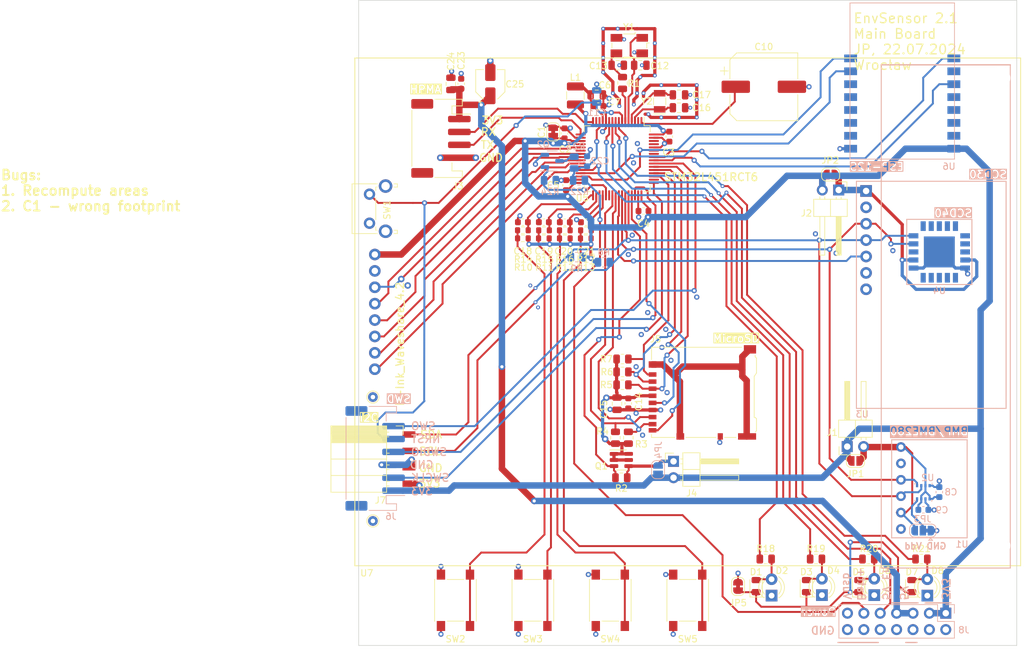
<source format=kicad_pcb>
(kicad_pcb (version 20221018) (generator pcbnew)
  (layers (0 "F.Cu" signal) (1 "In1.Cu" power) (2 "In2.Cu" power) (31 "B.Cu" signal) (34 "B.Paste" user) (35 "F.Paste" user) (36 "B.SilkS" user "B.Silkscreen") (37 "F.SilkS" user "F.Silkscreen") (38 "B.Mask" user) (39 "F.Mask" user) (44 "Edge.Cuts" user))
  (net 0 "")
  (net 1 "+3V3")
  (net 2 "GND")
  (net 3 "+3.3VA")
  (net 4 "/BMP280_VCC")
  (net 5 "/VBAT")
  (net 6 "NRST")
  (net 7 "Net-(U5-PH0)")
  (net 8 "Net-(C13-Pad1)")
  (net 9 "/SD_3V3")
  (net 10 "Net-(U5-PC14)")
  (net 11 "Net-(U5-PC15)")
  (net 12 "SWITCH_1")
  (net 13 "SWITCH_2")
  (net 14 "SWITCH_3")
  (net 15 "SWITCH_4")
  (net 16 "Net-(D1-A)")
  (net 17 "LED_1")
  (net 18 "Net-(D3-A)")
  (net 19 "LED_2")
  (net 20 "Net-(D5-A)")
  (net 21 "LED_3")
  (net 22 "Net-(D7-A)")
  (net 23 "LED_4")
  (net 24 "/SCD_POWER")
  (net 25 "+5V")
  (net 26 "HPMA_RX")
  (net 27 "HPMA_TX")
  (net 28 "Net-(J4-Pin_1)")
  (net 29 "SDIO_DATA2")
  (net 30 "SDIO_DATA3")
  (net 31 "SDIO_CMD")
  (net 32 "SDIO_CLK")
  (net 33 "SDIO_DATA0")
  (net 34 "SDIO_DATA1")
  (net 35 "SDIO_DETECT")
  (net 36 "unconnected-(J5-SHIELD-Pad11)")
  (net 37 "SWCLK")
  (net 38 "SWDIO")
  (net 39 "SWO")
  (net 40 "SDA")
  (net 41 "SCL")
  (net 42 "Net-(JP3-C)")
  (net 43 "SDIO_POWER_ENABLE")
  (net 44 "Net-(U5-PH1)")
  (net 45 "Net-(R10-Pad2)")
  (net 46 "Net-(R11-Pad2)")
  (net 47 "Net-(R12-Pad2)")
  (net 48 "Net-(R13-Pad2)")
  (net 49 "SCD30_READY")
  (net 54 "SCK")
  (net 56 "MOSI")
  (net 57 "E_INK_SELECT")
  (net 58 "E_INK_DC")
  (net 59 "E_INK_RESET")
  (net 60 "E_INK_BUSY")
  (net 61 "POWER_5V_ENABLE")
  (net 62 "WIFI_RX")
  (net 63 "WFI_TX")
  (net 65 "WIFI_RESET")
  (net 66 "WIFI_ENABLE")
  (net 68 "BATTERY_MEASURE_ENABLE")
  (net 81 "+BATT")
  (net 82 "VBUS")
  (net 83 "BATTERY_MEASURE_INPUT")
  (net 84 "Net-(Q2-D)")
  (net 87 "Net-(D1-K)")
  (footprint "Resistor_SMD:R_0805_2012Metric" (layer "F.Cu") (at 83.0875 106.6)
    (fp_text reference "R18")
    (fp_text value "2k2")
  )
  (footprint "Connector_PinHeader_2.54mm:PinHeader_1x02_P2.54mm_Horizontal" (layer "F.Cu") (at 95.725 89.175 90)
    (fp_text reference "J1")
    (fp_text value "Conn_01x02")
  )
  (footprint "Resistor_SMD:R_0805_2012Metric" (layer "F.Cu") (at 99 106.6)
    (fp_text reference "R20")
    (fp_text value "2k2")
  )
  (footprint "Resistor_SMD:R_0805_2012Metric" (layer "F.Cu") (at 60.8875 75.6 180)
    (fp_text reference "R7")
    (fp_text value "33k")
  )
  (footprint "Connector_PinHeader_2.54mm:PinHeader_1x02_P2.54mm_Horizontal" (layer "F.Cu") (at 68.8 91.46)
    (fp_text reference "J4")
    (fp_text value "Conn_01x02")
  )
  (footprint "Capacitor_SMD:C_0603_1608Metric" (layer "F.Cu") (at 61.79 82.475 90)
    (fp_text reference "C14")
    (fp_text value "100n")
  )
  (footprint "LED_THT:LED_D3.0mm" (layer "F.Cu") (at 84 112.275 90)
    (fp_text reference "D2")
    (fp_text value "LED")
  )
  (footprint "Jumper:SolderJumper-2_P1.3mm_Bridged_RoundedPad1.0x1.5mm" (layer "F.Cu") (at 50.1475 40.4 90)
    (fp_text reference "C1")
    (fp_text value "10u")
  )
  (footprint "LED_SMD:LED_0805_2012Metric" (layer "F.Cu") (at 97.5125 110.8 90)
    (fp_text reference "D5")
    (fp_text value "LED")
  )
  (footprint "TestPoint:TestPoint_THTPad_D1.5mm_Drill0.7mm" (layer "F.Cu") (at 22.2 100.7 90)
    (fp_text reference "H5" hide)
    (fp_text value "MountingHole")
  )
  (footprint "Capacitor_SMD:C_0805_2012Metric" (layer "F.Cu") (at 56.8975 34.65)
    (fp_text reference "C6")
    (fp_text value "1u")
  )
  (footprint "Jumper:SolderJumper-2_P1.3mm_Bridged_RoundedPad1.0x1.5mm" (layer "F.Cu") (at 78.8 110.85 90)
    (fp_text reference "JP5")
    (fp_text value "NC")
  )
  (footprint "Crystal:Crystal_SMD_MicroCrystal_CC7V-T1A-2Pin_3.2x1.5mm" (layer "F.Cu") (at 66.6475 35.65 90)
    (fp_text reference "Y2")
    (fp_text value "32768/12.5pF")
  )
  (footprint "Resistor_SMD:R_0805_2012Metric" (layer "F.Cu") (at 61.8 87.8 -90)
    (fp_text reference "R3")
    (fp_text value "33k")
  )
  (footprint "Resistor_SMD:R_0603_1608Metric" (layer "F.Cu") (at 55.2 56.9 180)
    (fp_text reference "R13")
    (fp_text value "10k")
  )
  (footprint "Button_Switch_THT:SW_Tactile_SPST_Angled_PTS645Vx83-2LFS" (layer "F.Cu") (at 21.675 54.55 90)
    (fp_text reference "SW1")
    (fp_text value "Reset")
  )
  (footprint "Resistor_SMD:R_0805_2012Metric" (layer "F.Cu") (at 90.8875 106.6)
    (fp_text reference "R19")
    (fp_text value "2k2")
  )
  (footprint "Capacitor_SMD:C_0805_2012Metric" (layer "F.Cu") (at 63.6475 30.0625)
    (fp_text reference "C12")
    (fp_text value "6p")
  )
  (footprint "MountingHole:MountingHole_3.2mm_M3" (layer "F.Cu") (at 118 116)
    (fp_text reference "H3" hide)
    (fp_text value "MountingHole")
  )
  (footprint "Resistor_SMD:R_0603_1608Metric" (layer "F.Cu") (at 45.45 55.64 180)
    (fp_text reference "R14")
    (fp_text value "10k")
  )
  (footprint "Capacitor_SMD:CP_Elec_4x5.3" (layer "F.Cu") (at 40.4 33 90)
    (fp_text reference "C25")
    (fp_text value "22u")
  )
  (footprint "Connector_JST:JST_PH_S4B-PH-SM4-TB_1x04-1MP_P2.00mm_Horizontal" (layer "F.Cu") (at 32.75 41.4 -90)
    (fp_text reference "J3")
    (fp_text value "HPMA115C0-003")
  )
  (footprint "MountingHole:MountingHole_3.2mm_M3" (layer "F.Cu") (at 118 24)
    (fp_text reference "H2" hide)
    (fp_text value "MountingHole")
  )
  (footprint "Resistor_SMD:R_0805_2012Metric" (layer "F.Cu") (at 59.8 87.8 -90)
    (fp_text reference "R4")
    (fp_text value "33k")
  )
  (footprint "Jumper:SolderJumper-2_P1.3mm_Open_RoundedPad1.0x1.5mm" (layer "F.Cu") (at 97 91.4 180)
    (fp_text reference "JP1")
    (fp_text value "NO")
  )
  (footprint "Capacitor_SMD:C_0603_1608Metric" (layer "F.Cu") (at 57.1475 36.4)
    (fp_text reference "C7")
    (fp_text value "100n")
  )
  (footprint "LED_THT:LED_D3.0mm" (layer "F.Cu") (at 91.8 112.2 90)
    (fp_text reference "D4")
    (fp_text value "LED")
  )
  (footprint "TestPoint:TestPoint_THTPad_D1.5mm_Drill0.7mm" (layer "F.Cu") (at 22.2 81.5 90)
    (fp_text reference "H6" hide)
    (fp_text value "MountingHole")
  )
  (footprint "Capacitor_SMD:C_0603_1608Metric" (layer "F.Cu") (at 51.8975 40.625 90)
    (fp_text reference "C2")
    (fp_text value "100n")
  )
  (footprint "JPDisplays:4.2inch_E-Ink" (layer "F.Cu") (at 19.5 107.54)
    (fp_text reference "U7")
    (fp_text value "E-Ink_Waveshare_4.2")
  )
  (footprint "Button_Switch_SMD:SW_SPST_PTS645" (layer "F.Cu") (at 35 113 90)
    (fp_text reference "SW2")
    (fp_text value "SW_Push")
  )
  (footprint "Package_QFP:LQFP-64_10x10mm_P0.5mm" (layer "F.Cu") (at 60.075 44.55 -90)
    (fp_text reference "U5")
    (fp_text value "STM32L451RCT6")
  )
  (footprint "Connector_PinHeader_2.54mm:PinHeader_1x02_P2.54mm_Horizontal" (layer "F.Cu") (at 94.4 49.4 -90)
    (fp_text reference "J2")
    (fp_text value "Conn_01x02")
  )
  (footprint "Crystal:Crystal_SMD_Abracon_ABM3B-4Pin_5.0x3.2mm" (layer "F.Cu") (at 61.9475 27.0125 180)
    (fp_text reference "Y1")
    (fp_text value "16MHz")
  )
  (footprint "Resistor_SMD:R_0603_1608Metric" (layer "F.Cu") (at 55.225 55.65 180)
    (fp_text reference "R17")
    (fp_text value "10k")
  )
  (footprint "Resistor_SMD:R_0603_1608Metric" (layer "F.Cu") (at 51.95 56.9 180)
    (fp_text reference "R12")
    (fp_text value "10k")
  )
  (footprint "LED_THT:LED_D3.0mm" (layer "F.Cu") (at 99.9125 112.2 90)
    (fp_text reference "D6")
    (fp_text value "LED")
  )
  (footprint "MountingHole:MountingHole_3.2mm_M3" (layer "F.Cu") (at 24 24)
    (fp_text reference "H1" hide)
    (fp_text value "MountingHole")
  )
  (footprint "Capacitor_SMD:C_0805_2012Metric" (layer "F.Cu") (at 34.2875 32.95 90)
    (fp_text reference "C24")
    (fp_text value "10n")
  )
  (footprint "LED_SMD:LED_0805_2012Metric" (layer "F.Cu") (at 81.6 110.8 90)
    (fp_text reference "D1")
    (fp_text value "CPU_LED")
  )
  (footprint "LED_SMD:LED_0805_2012Metric" (layer "F.Cu") (at 89.4 110.8 90)
    (fp_text reference "D3")
    (fp_text value "SD_LED")
  )
  (footprint "Resistor_SMD:R_0603_1608Metric" (layer "F.Cu") (at 45.45 56.89 180)
    (fp_text reference "R10")
    (fp_text value "10k")
  )
  (footprint "Capacitor_SMD:C_0805_2012Metric" (layer "F.Cu") (at 60.04 82.525 90)
    (fp_text reference "C15")
    (fp_text value "10u")
  )
  (footprint "Capacitor_SMD:C_0805_2012Metric" (layer "F.Cu") (at 60.1475 30.0625)
    (fp_text reference "C13")
    (fp_text value "6p")
  )
  (footprint "Resistor_SMD:R_0603_1608Metric" (layer "F.Cu") (at 51.95 55.65 180)
    (fp_text reference "R16")
    (fp_text value "10k")
  )
  (footprint "MountingHole:MountingHole_3.2mm_M3" (layer "F.Cu") (at 24 116)
    (fp_text reference "H4" hide)
    (fp_text value "MountingHole")
  )
  (footprint "Capacitor_SMD:C_0603_1608Metric" (layer "F.Cu") (at 35.8875 32.9375 90)
    (fp_text reference "C23")
    (fp_text value "100n")
  )
  (footprint "Resistor_SMD:R_0805_2012Metric" (layer "F.Cu") (at 60.71 94 180)
    (fp_text reference "R2")
    (fp_text value "300k")
  )
  (footprint "Capacitor_SMD:C_0603_1608Metric" (layer "F.Cu") (at 68.1475 41.125 -90)
    (fp_text reference "C3")
    (fp_text value "100n")
  )
  (footprint "Jumper:SolderJumper-2_P1.3mm_Open_RoundedPad1.0x1.5mm" (layer "F.Cu") (at 93.15 47 180)
    (fp_text reference "JP2")
    (fp_text value "NO")
  )
  (footprint "Capacitor_SMD:C_0805_2012Metric" (layer "F.Cu") (at 69.6475 34.65)
    (fp_text reference "C17")
    (fp_text value "15p")
  )
  (footprint "LED_THT:LED_D3.0mm" (layer "F.Cu") (at 108.13625 112.275 90)
    (fp_text reference "D8")
    (fp_text value "LED")
  )
  (footprint "Connector_Card:microSD_HC_Hirose_DM3AT-SF-PEJM5" (layer "F.Cu") (at 73.275 80.775 90)
    (fp_text reference "J5")
    (fp_text value "Micro_SD_Card_Det")
  )
  (footprint "Capacitor_SMD:C_0603_1608Metric" (layer "F.Cu") (at 45.45 54.39 180)
    (fp_text reference "C18")
    (fp_text value "100n")
  )
  (footprint "Capacitor_SMD:C_0603_1608Metric" (layer "F.Cu") (at 55.225 54.4 180)
    (fp_text reference "C21")
    (fp_text value "100n")
  )
  (footprint "Resistor_SMD:R_0603_1608Metric" (layer "F.Cu") (at 48.7 56.9 180)
    (fp_text reference "R11")
    (fp_text value "10k")
  )
  (footprint "Resistor_SMD:R_0805_2012Metric" (layer "F.Cu") (at 107.22375 106.6)
    (fp_text reference "R21")
    (fp_text value "2k2")
  )
  (footprint "Resistor_SMD:R_0805_2012Metric" (layer "F.Cu") (at 60.8875 77.6 180)
    (fp_text reference "R6")
    (fp_text value "33k")
  )
  (footprint "Capacitor_SMD:C_0805_2012Metric" (layer "F.Cu") (at 69.6475 36.65)
    (fp_text reference "C16")
    (fp_text value "15p")
  )
  (footprint "Resistor_SMD:R_0805_2012Metric" (layer "F.Cu") (at 60.8875 79.6 180)
    (fp_text reference "R5")
    (fp_text value "33k")
  )
  (footprint "Button_Switch_SMD:SW_SPST_PTS645" (layer "F.Cu") (at 59 113 90)
    (fp_text reference "SW4")
    (fp_text value "SW_Push")
  )
  (footprint "Capacitor_SMD:C_0603_1608Metric" (layer "F.Cu") (at 51.95 54.4 180)
    (fp_text reference "C20")
    (fp_text value "100n")
  )
  (footprint "Capacitor_SMD:CP_Elec_10x7.7" (layer "F.Cu") (at 82.7975 33.4)
    (fp_text reference "C10")
    (fp_text value "SuperCap")
  )
  (footprint "Inductor_SMD:L_1210_3225Metric" (layer "F.Cu") (at 53.5975 34.75 90)
    (fp_text reference "L1")
    (fp_text value "10u")
  )
  (footprint "Package_TO_SOT_SMD:TSOT-23-6" (layer "F.Cu") (at 60.71 91.25)
    (fp_text reference "Q1")
    (fp_text value "Si3407DV")
  )
  (footprint "Capacitor_SMD:C_0603_1608Metric" (layer "F.Cu") (at 52.1475 48.65 90)
    (fp_text reference "C5")
    (fp_text value "100n")
  )
  (footprint "LED_SMD:LED_0805_2012Metric" (layer "F.Cu") (at 105.73625 110.8 90)
    (fp_text reference "D7")
    (fp_text value "LED")
  )
  (footprint "Capacitor_SMD:C_0603_1608Metric" (layer "F.Cu") (at 48.7 54.39 180)
    (fp_text reference "C19")
    (fp_text value "100n")
  )
  (footprint "Button_Switch_SMD:SW_SPST_PTS645" (layer "F.Cu") (at 47 113 90)
    (fp_text reference "SW3")
    (fp_text value "SW_Push")
  )
  (footprint "Resistor_SMD:R_0603_1608Metric" (layer "F.Cu") (at 48.725 55.65 180)
    (fp_text reference "R15")
    (fp_text value "10k")
  )
  (footprint "Button_Switch_SMD:SW_SPST_PTS645" (layer "F.Cu") (at 71 113 90)
    (fp_text reference "SW5")
    (fp_text value "SW_Push")
  )
  (footprint "JPConnectors:PinSocket_1x04_P2.54mm_Horizontal_SMD" (layer "F.Cu") (at 25.7875 87.3)
    (fp_text reference "J7")
    (fp_text value "I2C")
  )
  (footprint "Resistor_SMD:R_0805_2012Metric" (layer "F.Cu") (at 60.8975 32.8125 90)
    (fp_text reference "R1")
    (fp_text value "2k2")
  )
  (footprint "Capacitor_SMD:C_0603_1608Metric" (layer "F.Cu") (at 64.1475 52.65 180)
    (fp_text reference "C4")
    (fp_text value "100n")
  )
  (footprint "Package_TO_SOT_SMD:SOT-23-3" (layer "B.Cu") (at 49.9975 44.9)
    (fp_text reference "Q2")
    (fp_text value "IRLML2502")
  )
  (footprint "Package_LGA:Bosch_LGA-8_2.5x2.5mm_P0.65mm_ClockwisePinNumbering" (layer "B.Cu") (at 107.525 96.25 180)
    (fp_text reference "U2")
    (fp_text value "BMP280")
  )
  (footprint "Jumper:SolderJumper-3_P1.3mm_Bridged12_RoundedPad1.0x1.5mm" (layer "B.Cu") (at 107.45 102.2 180)
    (fp_text reference "JP3")
    (fp_text value "Address")
  )
  (footprint "Resistor_SMD:R_0805_2012Metric" (layer "B.Cu") (at 54.1475 47.9 180)
    (fp_text reference "R22")
    (fp_text value "3k")
  )
  (footprint "Jumper:SolderJumper-2_P1.3mm_Open_RoundedPad1.0x1.5mm" (layer "B.Cu") (at 66.4 92.75 90)
    (fp_text reference "JP4")
    (fp_text value "NO")
  )
  (footprint "Resistor_SMD:R_0805_2012Metric" (layer "B.Cu") (at 53.3975 45.15 90)
    (fp_text reference "R23")
    (fp_text value "10k")
  )
  (footprint "Capacitor_SMD:C_0805_2012Metric" (layer "B.Cu") (at 56.8975 34.9 -90)
    (fp_text reference "C11")
    (fp_text value "10n")
  )
  (footprint "Capacitor_SMD:C_0603_1608Metric" (layer "B.Cu") (at 55.3975 44.95 90)
    (fp_text reference "C22")
    (fp_text value "100n")
  )
  (footprint "JPSensors:SCD30" (layer "B.Cu") (at 98.65 49.55)
    (fp_text reference "U3")
    (fp_text value "SCD30")
  )
  (footprint "Resistor_SMD:R_0805_2012Metric" (layer "B.Cu") (at 53.8 59.8)
    (fp_text reference "R9")
    (fp_text value "10k")
  )
  (footprint "Connector_JST:JST_PH_S6B-PH-SM4-TB_1x06-1MP_P2.00mm_Horizontal" (layer "B.Cu") (at 22.55 91 90)
    (fp_text reference "J6")
    (fp_text value "SWD")
  )
  (footprint "Resistor_SMD:R_0805_2012Metric" (layer "B.Cu") (at 58 60.6 180)
    (fp_text reference "R8")
    (fp_text value "10k")
  )
  (footprint "JPSensors:SCD4x" (layer "B.Cu") (at 110 59 90)
    (fp_text reference "U4")
    (fp_text value "SCD40")
  )
  (footprint "Capacitor_SMD:C_0603_1608Metric" (layer "B.Cu") (at 110 96.225 90)
    (fp_text reference "C8")
    (fp_text value "100n")
  )
  (footprint "Capacitor_SMD:C_0603_1608Metric" (layer "B.Cu") (at 107.525 98.975)
    (fp_text reference "C9")
    (fp_text value "100n")
  )
  (footprint "JPSensors:BME280-Module" (layer "B.Cu") (at 114.2125 103.2125 180)
    (fp_text reference "U1")
    (fp_text value "BME280-Module")
  )
  (footprint "Resistor_SMD:R_0805_2012Metric" (layer "B.Cu") (at 49.6475 47.9)
    (fp_text reference "R24")
    (fp_text value "100k")
  )
  (footprint "JPComms:ESP-12S" (layer "B.Cu") (at 112.25 44.5 180)
    (fp_text reference "U6")
    (fp_text value "ESP-12S")
  )
  (footprint "Connector_PinSocket_2.54mm:PinSocket_2x07_P2.54mm_Vertical" (layer "B.Cu") (at 111 115 90)
    (fp_text reference "J8")
    (fp_text value "POWER_INPUT")
  )
  (gr_line (start 104.79 119.54) (end 106.54 119.54) (stroke (width 0.2)) (layer "B.SilkS"))
  (gr_line (start 121 30) (end 101 30) (stroke (width 0.2)) (layer "B.SilkS"))
  (gr_line (start 102.6 113.4) (end 106.7 113.4) (stroke (width 0.2)) (layer "B.SilkS"))
  (gr_line (start 107.8 113.4) (end 111.8 113.4) (stroke (width 0.2)) (layer "B.SilkS"))
  (gr_line (start 101 30) (end 101 108) (stroke (width 0.15)) (layer "B.SilkS"))
  (gr_line (start 121 108) (end 121 30) (stroke (width 0.15)) (layer "B.SilkS"))
  (gr_line (start 94.29 119.54) (end 100.54 119.54) (stroke (width 0.2)) (layer "B.SilkS"))
  (gr_line (start 101 108) (end 121 108) (stroke (width 0.15)) (layer "B.SilkS"))
  (gr_line (start 20 20) (end 122 20) (stroke (width 0.1)) (layer "Edge.Cuts"))
  (gr_line (start 122 20) (end 122 120) (stroke (width 0.1)) (layer "Edge.Cuts"))
  (gr_line (start 122 120) (end 20 120) (stroke (width 0.1)) (layer "Edge.Cuts"))
  (gr_line (start 20 120) (end 20 20) (stroke (width 0.1)) (layer "Edge.Cuts"))
  (gr_text "5V En" (at 101.8 113.1 270) (layer "B.SilkS") (effects (font (size 1.2 1.2) (thickness 0.2) bold) (justify left mirror)))
  (gr_text "SCD40" (at 115.2 53) (layer "B.SilkS" knockout) (effects (font (size 1.2 1.2) (thickness 0.2) bold) (justify left mirror)))
  (gr_text "SWD" (at 28.2 81.8) (layer "B.SilkS" knockout) (effects (font (size 1.2 1.2) (thickness 0.2) bold) (justify left mirror)))
  (gr_text "3V3" (at 28 96.1) (layer "B.SilkS") (effects (font (size 1.2 1.2) (thickness 0.2) bold) (justify right mirror)))
  (gr_text "SWCLK" (at 28 94) (layer "B.SilkS") (effects (font (size 1.2 1.2) (thickness 0.2) bold) (justify right mirror)))
  (gr_text "Batt+" (at 97.9 113.2 270) (layer "B.SilkS") (effects (font (size 1.2 1.2) (thickness 0.2) bold) (justify left mirror)))
  (gr_text "BMP/BME280" (at 114.6 86.8) (layer "B.SilkS" knockout) (effects (font (size 1.2 1.2) (thickness 0.2) bold) (justify left mirror)))
  (gr_text "GND" (at 27.8 92) (layer "B.SilkS") (effects (font (size 1.2 1.2) (thickness 0.2) bold) (justify right mirror)))
  (gr_text "GND" (at 111.2 104.6) (layer "B.SilkS") (effects (font (size 1 1) (thickness 0.2) bold) (justify left mirror)))
  (gr_text "GND" (at 93.9 117.7) (layer "B.SilkS") (effects (font (size 1.2 1.2) (thickness 0.2) bold) (justify left mirror)))
  (gr_text "NRST" (at 28 88) (layer "B.SilkS") (effects (font (size 1.2 1.2) (thickness 0.2) bold) (justify right mirror)))
  (gr_text "3V3" (at 111 113 270) (layer "B.SilkS") (effects (font (size 1.2 1.2) (thickness 0.2) bold) (justify left mirror)))
  (gr_text "5V" (at 104.5 113.1 270) (layer "B.SilkS") (effects (font (size 1.2 1.2) (thickness 0.2) bold) (justify left mirror)))
  (gr_text "SWDIO" (at 28 90) (layer "B.SilkS") (effects (font (size 1.2 1.2) (thickness 0.2) bold) (justify right mirror)))
  (gr_text "Vusb" (at 95.7 113 270) (layer "B.SilkS") (effects (font (size 1.2 1.2) (thickness 0.2) bold) (justify left mirror)))
  (gr_text "SCD30" (at 120.6 47) (layer "B.SilkS" knockout) (effects (font (size 1.2 1.2) (thickness 0.2) bold) (justify left mirror)))
  (gr_text "SWO" (at 28 86) (layer "B.SilkS") (effects (font (size 1.2 1.2) (thickness 0.2) bold) (justify right mirror)))
  (gr_text "ESP-12S" (at 96 45.8) (layer "B.SilkS" knockout) (effects (font (size 1.2 1.2) (thickness 0.2) bold) (justify right mirror)))
  (gr_text "Vdd" (at 107.4 104.6) (layer "B.SilkS") (effects (font (size 1 1) (thickness 0.2) bold) (justify left mirror)))
  (gr_text "Power" (at 94.1 114.8) (layer "B.SilkS" knockout) (effects (font (size 1.2 1.2) (thickness 0.2) bold) (justify left mirror)))
  (gr_text "I2C" (at 20 84.7) (layer "F.SilkS" knockout) (effects (font (size 1.2 1.2) (thickness 0.2) bold) (justify left)))
  (gr_text "SDA" (at 29.4 87.3) (layer "F.SilkS") (effects (font (size 1.2 1.2) (thickness 0.2) bold) (justify left)))
  (gr_text "EnvSensor 2.1\nMain Board\nJP, 22.07.2024\nWrocław" (at 96.6 26.4) (layer "F.SilkS") (effects (font (size 1.5 1.5) (thickness 0.2) bold) (justify left)))
  (gr_text "E-Ink_Waveshare_4.2" (at 26.4 83 90) (layer "F.SilkS") (effects (font (size 1.2 1.2) (thickness 0.2) bold) (justify left)))
  (gr_text "GND" (at 38.55 44.4) (layer "F.SilkS") (effects (font (size 1.2 1.2) (thickness 0.2) bold) (justify left)))
  (gr_text "Bugs:\n1. Recompute areas\n2. C1 - wrong footprint" (at -35.6 46.2) (layer "F.SilkS") (effects (font (size 1.5 1.5) (thickness 0.3) bold) (justify left top)))
  (gr_text "GND" (at 29.2 92.5) (layer "F.SilkS") (effects (font (size 1.2 1.2) (thickness 0.2) bold) (justify left)))
  (gr_text "STM32L451RCT6" (at 67.2 47.4) (layer "F.SilkS") (effects (font (size 1.2 1.2) (thickness 0.2) bold) (justify left)))
  (gr_text "MicroSD" (at 74.8 72.4) (layer "F.SilkS" knockout) (effects (font (size 1.2 1.2) (thickness 0.2) bold) (justify left)))
  (gr_text "RX" (at 38.8 40.4) (layer "F.SilkS") (effects (font (size 1.2 1.2) (thickness 0.2) bold) (justify left)))
  (gr_text "3V3" (at 29.2 94.9) (layer "F.SilkS") (effects (font (size 1.2 1.2) (thickness 0.2) bold) (justify left)))
  (gr_text "TX" (at 38.8 42.4) (layer "F.SilkS") (effects (font (size 1.2 1.2) (thickness 0.2) bold) (justify left)))
  (gr_text "SCL" (at 29.2 89.9) (layer "F.SilkS") (effects (font (size 1.2 1.2) (thickness 0.2) bold) (justify left)))
  (gr_text "3V3" (at 38.95 38.6) (layer "F.SilkS") (effects (font (size 1.2 1.2) (thickness 0.2) bold) (justify left)))
  (gr_text "HPMA" (at 27.8 33.8) (layer "F.SilkS" knockout) (effects (font (size 1.2 1.2) (thickness 0.2) bold) (justify left)))
  (segment (start 49.525 56.9) (end 49.525 57.725) (width 0.3) (layer "F.Cu") (net 1))
  (segment (start 50.1975 41.4) (end 51.8975 41.4) (width 0.3) (layer "F.Cu") (net 1))
  (segment (start 54.4 48.3) (end 53.4975 48.3) (width 0.3) (layer "F.Cu") (net 1))
  (segment (start 52.8475 41.65) (end 52.9975 41.8) (width 0.3) (layer "F.Cu") (net 1))
  (segment (start 52.9975 41.8) (end 54.4 41.8) (width 0.3) (layer "F.Cu") (net 1))
  (segment (start 45.8 41.8) (end 44.2 41.8) (width 1) (layer "F.Cu") (net 1))
  (segment (start 95.725 90.775) (end 96.35 91.4) (width 1) (layer "F.Cu") (net 1))
  (segment (start 63.825 51.0775) (end 64.9225 52.175) (width 0.3) (layer "F.Cu") (net 1))
  (segment (start 52.3725 49.425) (end 52.1475 49.425) (width 0.3) (layer "F.Cu") (net 1))
  (segment (start 52.1475 50.15) (end 52.3975 50.4) (width 0.5) (layer "F.Cu") (net 1))
  (segment (start 64.841117 53.6) (end 64.9225 53.175) (width 0.3) (layer "F.Cu") (net 1))
  (segment (start 64.9225 52.175) (end 64.9225 52.65) (width 0.3) (layer "F.Cu") (net 1))
  (segment (start 63.825 50.225) (end 63.825 51.0775) (width 0.3) (layer "F.Cu") (net 1))
  (segment (start 91.86 47.64) (end 91.86 49.4) (width 1) (layer "F.Cu") (net 1))
  (segment (start 52.775 56.9) (end 52.8 57.8) (width 0.3) (layer "F.Cu") (net 1))
  (segment (start 49.525 57.725) (end 49.6 57.8) (width 0.3) (layer "F.Cu") (net 1))
  (segment (start 95.725 89.175) (end 95.725 90.775) (width 1) (layer "F.Cu") (net 1))
  (segment (start 67.596824 40.4) (end 67.196824 40.8) (width 0.3) (layer "F.Cu") (net 1))
  (segment (start 51.8975 41.65) (end 52.8475 41.65) (width 0.3) (layer "F.Cu") (net 1))
  (segment (start 46.275 56.89) (end 46.275 57.675) (width 0.3) (layer "F.Cu") (net 1))
  (segment (start 67.196824 40.8) (end 65.75 40.8) (width 0.3) (layer "F.Cu") (net 1))
  (segment (start 50.1475 42.15) (end 50.1475 41.35) (width 0.3) (layer "F.Cu") (net 1))
  (segment (start 55.1975 37.55) (end 54.9975 37.55) (width 0.5) (layer "F.Cu") (net 1))
  (segment (start 56 57.8) (end 56 60) (width 0.5) (layer "F.Cu") (net 1))
  (segment (start 56.025 56.9) (end 56 57.8) (width 0.3) (layer "F.Cu") (net 1))
  (segment (start 44.2 41.8) (end 26.6 59.4) (width 1) (layer "F.Cu") (net 1))
  (segment (start 52.1475 49.425) (end 52.1475 50.15) (width 0.5) (layer "F.Cu") (net 1))
  (segment (start 64.9225 53.175) (end 64.9225 52.65) (width 0.3) (layer "F.Cu") (net 1))
  (segment (start 26.6 59.4) (end 22.5 59.4) (width 1) (layer "F.Cu") (net 1))
  (segment (start 50.1475 41.35) (end 50.1975 41.4) (width 0.3) (layer "F.Cu") (net 1))
  (segment (start 28.72 94.92) (end 29.4 95.2) (width 1) (layer "F.Cu") (net 1))
  (segment (start 53.4975 48.3) (end 52.3725 49.425) (width 0.3) (layer "F.Cu") (net 1))
  (segment (start 27.7875 94.92) (end 28.72 94.92) (width 1) (layer "F.Cu") (net 1))
  (segment (start 68.3975 40.4) (end 67.596824 40.4) (width 0.3) (layer "F.Cu") (net 1))
  (segment (start 46.275 57.675) (end 46.4 57.8) (width 0.3) (layer "F.Cu") (net 1))
  (segment (start 92.5 47) (end 91.86 47.64) (width 1) (layer "F.Cu") (net 1))
  (segment (start 54.9975 37.55) (end 53.5975 36.15) (width 0.5) (layer "F.Cu") (net 1))
  (via (at 52.3975 50.4) (size 0.8) (drill 0.5) (layers "F.Cu" "B.Cu") (net 1))
  (via (at 67.2 40.2) (size 0.8) (drill 0.4) (layers "F.Cu" "B.Cu") (net 1))
  (via (at 51.8975 42.15) (size 0.8) (drill 0.5) (layers "F.Cu" "B.Cu") (net 1))
  (via (at 45.8 41.8) (size 1) (drill 0.5) (layers "F.Cu" "B.Cu") (net 1))
  (via (at 52.8 57.8) (size 0.8) (drill 0.4) (layers "F.Cu" "B.Cu") (net 1))
  (via (at 50.1475 42.15) (size 0.8) (drill 0.5) (layers "F.Cu" "B.Cu") (net 1))
  (via (at 55.1975 37.55) (size 0.8) (drill 0.5) (layers "F.Cu" "B.Cu") (net 1))
  (via (at 46.4 57.8) (size 0.8) (drill 0.4) (layers "F.Cu" "B.Cu") (net 1))
  (via (at 49.6 57.8) (size 0.8) (drill 0.4) (layers "F.Cu" "B.Cu") (net 1))
  (via (at 64.841117 53.6) (size 0.8) (drill 0.4) (layers "F.Cu" "B.Cu") (net 1))
  (via (at 56 57.8) (size 0.8) (drill 0.4) (layers "F.Cu" "B.Cu") (net 1))
  (via (at 56 60) (size 0.8) (drill 0.4) (layers "F.Cu" "B.Cu") (net 1))
  (via (at 29.4 95.2) (size 1) (drill 0.5) (layers "F.Cu" "B.Cu") (net 1))
  (segment (start 111 108.8) (end 111 115) (width 1) (layer "B.Cu") (net 1))
  (segment (start 45.8 41.8) (end 49.7975 41.8) (width 1) (layer "B.Cu") (net 1))
  (segment (start 50.1475 42.15) (end 51.8975 42.15) (width 1) (layer "B.Cu") (net 1))
  (segment (start 55.1975 37.55) (end 55.1975 40.35) (width 0.5) (layer "B.Cu") (net 1))
  (segment (start 52.0975 42.2) (end 51.8975 42.4) (width 0.5) (layer "B.Cu") (net 1))
  (segment (start 56.6 60.6) (end 56 60) (width 0.5) (layer "B.Cu") (net 1))
  (segment (start 112.25 43) (end 114.2 43) (width 1) (layer "B.Cu") (net 1))
  (segment (start 56 57.8) (end 56 57) (width 0.5) (layer "B.Cu") (net 1))
  (segment (start 64.841117 53.6) (end 80 53.6) (width 1) (layer "B.Cu") (net 1))
  (segment (start 80 53.6) (end 84 49.6) (width 1) (layer "B.Cu") (net 1))
  (segment (start 47.8975 50.4) (end 52.3975 50.4) (width 1) (layer "B.Cu") (net 1))
  (segment (start 56 57) (end 56 55.217498) (width 0.5) (layer "B.Cu") (net 1))
  (segment (start 52.4 50.4) (end 52.3975 50.4) (width 1) (layer "B.Cu") (net 1))
  (segment (start 56.017498 54.017498) (end 52.4 50.4) (width 1) (layer "B.Cu") (net 1))
  (segment (start 65.4 94) (end 68.8 94) (width 1) (layer "B.Cu") (net 1))
  (segment (start 57.0875 60.6) (end 56.6 60.6) (width 0.5) (layer "B.Cu") (net 1))
  (segment (start 64.2 95.2) (end 65.4 94) (width 1) (layer "B.Cu") (net 1))
  (segment (start 45.8 48.3025) (end 47.8975 50.4) (width 1) (layer "B.Cu") (net 1))
  (segment (start 52.8 57.8) (end 56 57.8) (width 0.5) (layer "B.Cu") (net 1))
  (segment (start 68.8 94) (end 91.88 94) (width 1) (layer "B.Cu") (net 1))
  (segment (start 114.2 43) (end 117.8 46.6) (width 1) (layer "B.Cu") (net 1))
  (segment (start 97.6 86.4) (end 95.71 88.29) (width 1) (layer "B.Cu") (net 1))
  (segment (start 34 96) (end 34.8 95.2) (width 1) (layer "B.Cu") (net 1))
  (segment (start 100.55 47.2) (end 104.75 43) (width 1) (layer "B.Cu") (net 1))
  (segment (start 116.4 103.4) (end 116.4 86.4) (width 1) (layer "B.Cu") (net 1))
  (segment (start 91.86 49.4) (end 91.86 47.34) (width 1) (layer "B.Cu") (net 1))
  (segment (start 29.4 96) (end 26.85 96) (width 1) (layer "B.Cu") (net 1))
  (segment (start 95.71 88.29) (end 95.71 89.25) (width 1) (layer "B.Cu") (net 1))
  (segment (start 117.8 46.6) (end 117.8 66.6) (width 1) (layer "B.Cu") (net 1))
  (segment (start 64.841117 53.958883) (end 63.6 55.2) (width 1) (layer "B.Cu") (net 1))
  (segment (start 92 47.2) (end 100.55 47.2) (width 1) (layer "B.Cu") (net 1))
  (segment (start 29.4 96) (end 34 96) (width 1) (layer "B.Cu") (net 1))
  (segment (start 53.3475 42.2) (end 52.0975 42.2) (width 0.5) (layer "B.Cu") (net 1))
  (segment (start 91.88 94) (end 95.71 90.17) (width 1) (layer "B.Cu") (net 1))
  (segment (start 108.46 115) (end 111 115) (width 1) (layer "B.Cu") (net 1))
  (segment (start 55.8 59.8) (end 56 60) (width 0.5) (layer "B.Cu") (net 1))
  (segment (start 67.2 40.2) (end 66.4 39.4) (width 0.5) (layer "B.Cu") (net 1))
  (segment (start 29.4 96) (end 29.4 95.2) (width 1) (layer "B.Cu") (net 1))
  (segment (start 45.8 41.8) (end 45.8 48.3025) (width 1) (layer "B.Cu") (net 1))
  (segment (start 111 108.8) (end 116.4 103.4) (width 1) (layer "B.Cu") (net 1))
  (segment (start 86.4 47.2) (end 84 49.6) (width 1) (layer "B.Cu") (net 1))
  (segment (start 66.4 39.4) (end 55.1975 39.4) (width 0.5) (layer "B.Cu") (net 1))
  (segment (start 91.86 47.34) (end 92 47.2) (width 1) (layer "B.Cu") (net 1))
  (segment (start 95.71 90.17) (end 95.71 89.25) (width 1) (layer "B.Cu") (net 1))
  (segment (start 116.4 86.4) (end 97.6 86.4) (width 1) (layer "B.Cu") (net 1))
  (segment (start 64.841117 53.6) (end 64.841117 53.958883) (width 1) (layer "B.Cu") (net 1))
  (segment (start 49.7975 41.8) (end 50.1475 42.15) (width 1) (layer "B.Cu") (net 1))
  (segment (start 54.7125 59.8) (end 55.8 59.8) (width 0.5) (layer "B.Cu") (net 1))
  (segment (start 63.6 55.2) (end 56.017498 55.2) (width 1) (layer "B.Cu") (net 1))
  (segment (start 34.8 95.2) (end 64.2 95.2) (width 1) (layer "B.Cu") (net 1))
  (segment (start 46.4 57.8) (end 52.8 57.8) (width 0.5) (layer "B.Cu") (net 1))
  (segment (start 116.4 68) (end 117.8 66.6) (width 1) (layer "B.Cu") (net 1))
  (segment (start 55.1975 40.35) (end 53.3475 42.2) (width 0.5) (layer "B.Cu") (net 1))
  (segment (start 104.75 43) (end 112.25 43) (width 1) (layer "B.Cu") (net 1))
  (segment (start 56.017498 55.2) (end 56.017498 54.017498) (width 1) (layer "B.Cu") (net 1))
  (segment (start 116.4 86.4) (end 116.4 68) (width 1) (layer "B.Cu") (net 1))
  (segment (start 86.4 47.2) (end 92 47.2) (width 1) (layer "B.Cu") (net 1))
  (segment (start 56 55.217498) (end 56.017498 55.2) (width 0.5) (layer "B.Cu") (net 1))
  (segment (start 63.3725 52.65) (end 63.395217 53.6) (width 0.3) (layer "F.Cu") (net 2))
  (segment (start 32.75 116.98) (end 32.75 118.25) (width 0.3) (layer "F.Cu") (net 2))
  (segment (start 62.867 28.2125) (end 62.717 28.0625) (width 0.3) (layer "F.Cu") (net 2))
  (segment (start 44.75 116.98) (end 44.75 118.25) (width 0.3) (layer "F.Cu") (net 2))
  (segment (start 32.65 44.4) (end 36.15 44.4) (width 1) (layer "F.Cu") (net 2))
  (segment (start 58.25 34.65) (end 58.8 35.2) (width 0.3) (layer "F.Cu") (net 2))
  (segment (start 52.8 39.8) (end 52.55 39.85) (width 0.3) (layer "F.Cu") (net 2))
  (segment (start 67.4 42.2) (end 68.1475 41.9) (width 0.3) (layer "F.Cu") (net 2))
  (segment (start 60.065 83.5) (end 60.04 83.475) (width 0.5) (layer "F.Cu") (net 2))
  (segment (start 32.75 109.02) (end 32.75 107.75) (width 0.3) (layer "F.Cu") (net 2))
  (segment (start 75.99 87.6) (end 75.99 88.5) (width 0.3) (layer "F.Cu") (net 2))
  (segment (start 58.325 39.825) (end 58.325 38.875) (width 0.3) (layer "F.Cu") (net 2))
  (segment (start 69.6475 38.15) (end 72.3975 38.15) (width 0.5) (layer "F.Cu") (net 2))
  (segment (start 57.8975 24.4) (end 60.1475 24.4) (width 0.5) (layer "F.Cu") (net 2))
  (segment (start 63.325 52.6025) (end 63.3725 52.65) (width 0.3) (layer "F.Cu") (net 2))
  (segment (start 61.04 83.475) (end 63.49 83.475) (width 0.5) (layer "F.Cu") (net 2))
  (segment (start 51.3475 39.85) (end 51.8975 39.85) (width 0.3) (layer "F.Cu") (net 2))
  (segment (start 65.1975 33.15) (end 64.1475 34.2) (width 0.5) (layer "F.Cu") (net 2))
  (segment (start 51.4225 47.875) (end 51.3975 47.9) (width 0.3) (layer "F.Cu") (net 2))
  (segment (start 66.8 42.8) (end 67.4 42.2) (width 0.3) (layer "F.Cu") (net 2))
  (segment (start 63.515 83.5) (end 65.565 83.5) (width 0.5) (layer "F.Cu") (net 2))
  (segment (start 67.585 41.9) (end 66.985 41.3) (width 0.3) (layer "F.Cu") (net 2))
  (segment (start 63.9475 28.2125) (end 62.867 28.2125) (width 0.3) (layer "F.Cu") (net 2))
  (segment (start 52.3475 40.1) (end 53.5475 41.3) (width 0.3) (layer "F.Cu") (net 2))
  (segment (start 27.7875 92.38) (end 28.2 91.9675) (width 1) (layer "F.Cu") (net 2))
  (segment (start 49 39.35) (end 49.087146 39.437146) (width 0.3) (layer "F.Cu") (net 2))
  (segment (start 57.9225 35.125) (end 57.9225 36.4) (width 0.3) (layer "F.Cu") (net 2))
  (segment (start 65.8975 31.65) (end 63.8975 31.65) (width 0.5) (layer "F.Cu") (net 2))
  (segment (start 65.2975 38.15) (end 64.8975 37.75) (width 0.5) (layer "F.Cu") (net 2))
  (segment (start 52.9225 47.875) (end 52.9975 47.8) (width 0.3) (layer "F.Cu") (net 2))
  (segment (start 57.8 40.35) (end 58.325 39.825) (width 0.3) (layer "F.Cu") (net 2))
  (segment (start 51.175 54.4) (end 51.2 53.4) (width 0.3) (layer "F.Cu") (net 2))
  (segment (start 72.3975 38.15) (end 72.3975 35.4) (width 0.5) (layer "F.Cu") (net 2))
  (segment (start 47.925 53.475) (end 47.925 54.39) (width 0.3) (layer "F.Cu") (net 2))
  (segment (start 57.8975 31.15) (end 57.8975 29.15) (width 0.5) (layer "F.Cu") (net 2))
  (segment (start 57.8975 29.15) (end 57.8975 27.15) (width 0.5) (layer "F.Cu") (net 2))
  (segment (start 44.675 53.725) (end 44.675 54.39) (width 0.3) (layer "F.Cu") (net 2))
  (segment (start 58.285 36.4) (end 57.9225 36.4) (width 0.3) (layer "F.Cu") (net 2))
  (segment (start 69.6475 38.15) (end 65.2975 38.15) (width 0.5) (layer "F.Cu") (net 2))
  (segment (start 58.325 38.875) (end 58.325 37.3275) (width 0.3) (layer "F.Cu") (net 2))
  (segment (start 60.3975 35.4) (end 59.3975 34.4) (width 0.5) (layer "F.Cu") (net 2))
  (segment (start 48 53.4) (end 47.925 53.475) (width 0.3) (layer "F.Cu") (net 2))
  (segment (start 70.5975 36.65) (end 71.3975 36.65) (width 0.3) (layer "F.Cu") (net 2))
  (segment (start 60.8975 25.8125) (end 61.1475 26.0625) (width 0.3) (layer "F.Cu") (net 2))
  (segment (start 63 83.475) (end 63 84) (width 0.5) (layer "F.Cu") (net 2))
  (segment (start 58.325 37.3275) (end 57.9225 36.925) (width 0.3) (layer "F.Cu") (net 2))
  (segment (start 52.1475 47.875) (end 51.4225 47.875) (width 0.3) (layer "F.Cu") (net 2))
  (segment (start 34.3875 31.9) (end 34.3875 31.1) (width 0.5) (layer "F.Cu") (net 2))
  (segment (start 65.8975 26.9) (end 65.8975 29.15) (width 0.5) (layer "F.Cu") (net 2))
  (segment (start 65.75 42.8) (end 66.8 42.8) (width 0.3) (layer "F.Cu") (net 2))
  (segment (start 87.1475 33.4) (end 89.8 33.4) (width 0.3) (layer "F.Cu") (net 2))
  (segment (start 72.3975 33.15) (end 65.1975 33.15) (width 0.5) (layer "F.Cu") (net 2))
  (segment (start 60.04 83.475) (end 61.04 83.475) (width 0.5) (layer "F.Cu") (net 2))
  (segment (start 58.6475 36.4) (end 58.285 36.4) (width 0.3) (layer "F.Cu") (net 2))
  (segment (start 53.5475 41.3) (end 54.4 41.3) (width 0.3) (layer "F.Cu") (net 2))
  (segment (start 59.3975 34.4) (end 59.3975 32.65) (width 0.5) (layer "F.Cu") (net 2))
  (segment (start 36.15 44.4) (end 38.15 44.4) (width 1) (layer "F.Cu") (net 2))
  (segment (start 68.1475 41.9) (end 67.585 41.9) (width 0.3) (layer "F.Cu") (net 2))
  (segment (start 63.1475 24.4) (end 65.8975 24.4) (width 0.5) (layer "F.Cu") (net 2))
  (segment (start 45 53.4) (end 44.675 53.725) (width 0.3) (layer "F.Cu") (net 2))
  (segment (start 57.8975 27.15) (end 57.8975 24.4) (width 0.5) (layer "F.Cu") (net 2))
  (segment (start 68.75 116.98) (end 68.75 118.25) (width 0.3) (layer "F.Cu") (net 2))
  (segment (start 56.75 116.98) (end 56.75 118.25) (width 0.3) (layer "F.Cu") (net 2))
  (segment (start 28.2 91.9675) (end 28.2 91.2) (width 1) (layer "F.Cu") (net 2))
  (segment (start 72.3975 35.4) (end 72.3975 33.15) (width 0.5) (layer "F.Cu") (net 2))
  (segment (start 70.5975 34.65) (end 71.3975 34.65) (width 0.3) (layer "F.Cu") (net 2))
  (segment (start 60.1475 24.4) (end 63.1475 24.4) (width 0.5) (layer "F.Cu") (net 2))
  (segment (start 50.1475 39.6) (end 51.0975 39.6) (width 0.3) (layer "F.Cu") (net 2))
  (segment (start 59.9475 25.8125) (end 60.8975 25.8125) (width 0.3) (layer "F.Cu") (net 2))
  (segment (start 51.0975 39.6) (end 51.3475 39.85) (width 0.3) (layer "F.Cu") (net 2))
  (segment (start 63.1475 32.4) (end 63.1475 34.4) (width 0.5) (layer "F.Cu") (net 2))
  (segment (start 64.8975 37.75) (end 64.8975 37.65) (width 0.5) (layer "F.Cu") (net 2))
  (segment (start 66.8 83.5) (end 65.55 83.5) (width 0.5) (layer "F.Cu") (net 2))
  (segment (start 63.1475 34.4) (end 63.1475 34.9) (width 0.5) (layer "F.Cu") (net 2))
  (segment (start 63.1475 34.9) (end 62.6475 35.4) (width 0.5) (layer "F.Cu") (net 2))
  (segment (start 75.99 88.5) (end 75.965 88.525) (width 0.3) (layer "F.Cu") (net 2))
  (segment (start 35.8875 32.1625) (end 35.8875 31.3375) (width 0.5) (layer "F.Cu") (net 2))
  (segment (start 63.325 50.225) (end 63.325 52.6025) (width 0.3) (layer "F.Cu") (net 2))
  (segment (start 61.04 83.475) (end 63 83.475) (width 0.5) (layer "F.Cu") (net 2))
  (segment (start 60.04 83.475) (end 59.0445 83.475) (width 0.5) (layer "F.Cu") (net 2))
  (segment (start 49.984646 39.437146) (end 50.1475 39.6) (width 0.3) (layer "F.Cu") (net 2))
  (segment (start 63.8975 31.65) (end 63.1475 32.4) (width 0.5) (layer "F.Cu") (net 2))
  (segment (start 52.1475 47.875) (end 52.9225 47.875) (width 0.3) (layer "F.Cu") (net 2))
  (segment (start 64.1475 34.4) (end 64.1475 34.9) (width 0.5) (layer "F.Cu") (net 2))
  (segment (start 78.8 110.2) (end 78.8 108.8) (width 0.3) (layer "F.Cu") (net 2))
  (segment (start 49.087146 39.437146) (end 49.984646 39.437146) (width 0.3) (layer "F.Cu") (net 2))
  (segment (start 61.0975 30.0625) (end 60.3975 30.0625) (width 0.3) (layer "F.Cu") (net 2))
  (segment (start 56.75 109.02) (end 55.6 109) (width 0.3) (layer "F.Cu") (net 2))
  (segment (start 64.5975 30.0625) (end 63.8975 30.0625) (width 0.3) (layer "F.Cu") (net 2))
  (segment (start 60.3975 36.4) (end 60.3975 35.4) (width 0.5) (layer "F.Cu") (net 2))
  (segment (start 57.9225 36.925) (end 57.9225 36.4) (width 0.3) (layer "F.Cu") (net 2))
  (segment (start 63.49 83.475) (end 63.515 83.5) (width 0.5) (layer "F.Cu") (net 2))
  (segment (start 64.1475 34.2) (end 64.1475 34.4) (width 0.5) (layer "F.Cu") (net 2))
  (segment (start 62.6475 35.4) (end 62.6475 36.15) (width 0.5) (layer "F.Cu") (net 2))
  (segment (start 54.4 47.8) (end 52.9975 47.8) (width 0.3) (layer "F.Cu") (net 2))
  (segment (start 64.3975 37.65) (end 64.8975 37.65) (width 0.5) (layer "F.Cu") (net 2))
  (segment (start 59.0445 83.475) (end 58.9695 83.4) (width 0.5) (layer "F.Cu") (net 2))
  (segment (start 52.55 39.85) (end 51.8975 39.85) (width 0.3) (layer "F.Cu") (net 2))
  (segment (start 59.3975 32.65) (end 57.8975 31.15) (width 0.5) (layer "F.Cu") (net 2))
  (segment (start 66.985 41.3) (end 65.75 41.3) (width 0.3) (layer "F.Cu") (net 2))
  (segment (start 40.4 30.3) (end 40.4 29.35) (width 1) (layer "F.Cu") (net 2))
  (segment (start 65.8975 29.15) (end 65.8975 31.65) (width 0.5) (layer "F.Cu") (net 2))
  (segment (start 44.75 109.02) (end 44.75 107.75) (width 0.3) (layer "F.Cu") (net 2))
  (segment (start 68.75 109.02) (end 67.6 109) (width 0.3) (layer "F.Cu") (net 2))
  (segment (start 57.8475 34.65) (end 58.25 34.65) (width 0.3) (layer "F.Cu") (net 2))
  (segment (start 54.45 54.4) (end 53.775 54) (width 0.3) (layer "F.Cu") (net 2))
  (segment (start 65.8975 24.4) (end 65.8975 26.9) (width 0.5) (layer "F.Cu") (net 2))
  (via (at 109.6 102.2) (size 0.8) (drill 0.4) (layers "F.Cu" "B.Cu") (net 2))
  (via (at 56.8975 33) (size 0.8) (drill 0.4) (layers "F.Cu" "B.Cu") (net 2))
  (via (at 72.3975 33.15) (size 0.6) (drill 0.3) (layers "F.Cu" "B.Cu") (net 2))
  (via (at 114.4 62.4) (size 0.8) (drill 0.4) (layers "F.Cu" "B.Cu") (net 2))
  (via (at 90.8 56.2) (size 0.8) (drill 0.4) (layers "F.Cu" "B.Cu") (net 2))
  (via (at 58.8 35.2) (size 0.8) (drill 0.4) (layers "F.Cu" "B.Cu") (net 2))
  (via (at 109.2 99) (size 0.8) (drill 0.4) (layers "F.Cu" "B.Cu") (net 2))
  (via (at 63.6475 31.9) (size 0.6) (drill 0.3) (layers "F.Cu" "B.Cu") (net 2))
  (via (at 27.6 64.2) (size 1) (drill 0.5) (layers "F.Cu" "B.Cu") (net 2))
  (via (at 65.8975 26.65) (size 0.6) (drill 0.3) (layers "F.Cu" "B.Cu") (net 2))
  (via (at 57.8 40.35) (size 0.8) (drill 0.4) (layers "F.Cu" "B.Cu") (net 2))
  (via (at 72.3975 35.4) (size 0.6) (drill 0.3) (layers "F.Cu" "B.Cu") (net 2))
  (via (at 57.8975 26.65) (size 0.6) (drill 0.3) (layers "F.Cu" "B.Cu") (net 2))
  (via (at 63.8 71.8) (size 0.8) (drill 0.4) (layers "F.Cu" "B.Cu") (net 2))
  (via (at 46.6 64.2) (size 0.6) (drill 0.3) (layers "F.Cu" "B.Cu") (net 2))
  (via (at 63 84) (size 0.8) (drill 0.4) (layers "F.Cu" "B.Cu") (net 2))
  (via (at 63.1475 34.4) (size 0.6) (drill 0.3) (layers "F.Cu" "B.Cu") (net 2))
  (via (at 63 76.8) (size 0.8) (drill 0.4) (layers "F.Cu" "B.Cu") (net 2))
  (via (at 72.4 66) (size 0.8) (drill 0.4) (layers "F.Cu" "B.Cu") (net 2))
  (via (at 47.8 67.6) (size 0.6) (drill 0.3) (layers "F.Cu" "B.Cu") (net 2))
  (via (at 71.3975 34.65) (size 0.6) (drill 0.3) (layers "F.Cu" "B.Cu") (net 2))
  (via (at 102.8 58.8) (size 0.8) (drill 0.4) (layers "F.Cu" "B.Cu") (net 2))
  (via (at 67 73.8) (size 0.8) (drill 0.4) (layers "F.Cu" "B.Cu") (net 2))
  (via (at 68.4 75.8) (size 0.8) (drill 0.4) (layers "F.Cu" "B.Cu") (net 2))
  (via (at 66.8975 38.15) (size 0.6) (drill 0.3) (layers "F.Cu" "B.Cu") (net 2))
  (via (at 110 94.5) (size 0.8) (drill 0.4) (layers "F.Cu" "B.Cu") (net 2))
  (via (at 49 39.35) (size 0.8) (drill 0.4) (layers "F.Cu" "B.Cu") (net 2))
  (via (at 62.6 45.2) (size 0.8) (drill 0.4) (layers "F.Cu" "B.Cu") (net 2))
  (via (at 34.4 31) (size 0.8) (drill 0.4) (layers "F.Cu" "B.Cu") (net 2))
  (via (at 65.8975 31.65) (size 0.6) (drill 0.3) (layers "F.Cu" "B.Cu") (net 2))
  (via (at 61.1475 26.0625) (size 0.6) (drill 0.3) (layers "F.Cu" "B.Cu") (net 2))
  (via (at 60.1475 24.4) (size 0.6) (drill 0.3) (layers "F.Cu" "B.Cu") (net 2))
  (via (at 51.3975 47.9) (size 0.8) (drill 0.4) (layers "F.Cu" "B.Cu") (net 2))
  (via (at 78.8 108.8) (size 0.8) (drill 0.4) (layers "F.Cu" "B.Cu") (net 2))
  (via (at 71.3975 36.65) (size 0.6) (drill 0.3) (layers "F.Cu" "B.Cu") (net 2))
  (via (at 48 53.4) (size 0.8) (drill 0.4) (layers "F.Cu" "B.Cu") (net 2))
  (via (at 60.3975 36.4) (size 0.6) (drill 0.3) (layers "F.Cu" "B.Cu") (net 2))
  (via (at 38.15 44.4) (size 1) (drill 0.5) (layers "F.Cu" "B.Cu") (net 2))
  (via (at 28.2 91.2) (size 1) (drill 0.5) (layers "F.Cu" "B.Cu") (net 2))
  (via (at 67.8 80.8) (size 0.8) (drill 0.4) (layers "F.Cu" "B.Cu") (net 2))
  (via (at 58.8 36.2) (size 0.8) (drill 0.4) (layers "F.Cu" "B.Cu") (net 2))
  (via (at 62.4 56.4) (size 0.8) (drill 0.4) (layers "F.Cu" "B.Cu") (net 2))
  (via (at 94.6 43) (size 0.8) (drill 0.4) (layers "F.Cu" "B.Cu") (net 2))
  (via (at 61.8 59.4) (size 0.8) (drill 0.4) (layers "F.Cu" "B.Cu") (net 2))
  (via (at 94 59.2) (size 0.8) (drill 0.4) (layers "F.Cu" "B.Cu") (net 2))
  (via (at 62.717 28.0625) (size 0.6) (drill 0.3) (layers "F.Cu" "B.Cu") (net 2))
  (via (at 69.6475 38.15) (size 0.6) (drill 0.3) (layers "F.Cu" "B.Cu") (net 2))
  (via (at 59.3975 34.4) (size 0.6) (drill 0.3) (layers "F.Cu" "B.Cu") (net 2))
  (via (at 55.6 109) (size 0.8) (drill 0.4) (layers "F.Cu" "B.Cu") (net 2))
  (via (at 72.3975 38.15) (size 0.6) (drill 0.3) (layers "F.Cu" "B.Cu") (net 2))
  (via (at 57.8975 28.9) (size 0.6) (drill 0.3) (layers "F.Cu" "B.Cu") (net 2))
  (via (at 55.8975 43.15) (size 0.8) (drill 0.4) (layers "F.Cu" "B.Cu") (net 2))
  (via (at 68.75 118.25) (size 0.8) (drill 0.4) (layers "F.Cu" "B.Cu") (net 2))
  (via (at 67.6 109) (size 0.8) (drill 0.4) (layers "F.Cu" "B.Cu") (net 2))
  (via (at 67.4 42.2) (size 0.8) (drill 0.4) (layers "F.Cu" "B.Cu") (net 2))
  (via (at 32.65 44.4) (size 1) (drill 0.5) (layers "F.Cu" "B.Cu") (net 2))
  (via (at 64 87.4) (size 0.8) (drill 0.4) (layers "F.Cu" "B.Cu") (net 2))
  (via (at 40.4 29.35) (size 1) (drill 0.5) (layers "F.Cu" "B.Cu") (net 2))
  (via (at 65.8975 28.9) (size 0.6) (drill 0.3) (layers "F.Cu" "B.Cu") (net 2))
  (via (at 89.8 33.4) (size 0.8) (drill 0.4) (layers "F.Cu" "B.Cu") (net 2))
  (via (at 57.8975 24.4) (size 0.6) (drill 0.3) (layers "F.Cu" "B.Cu") (net 2))
  (via (at 63.8975 30.0625) (size 0.6) (drill 0.3) (layers "F.Cu" "B.Cu") (net 2))
  (via (at 56.75 118.25) (size 0.8) (drill 0.4) (layers "F.Cu" "B.Cu") (net 2))
  (via (at 60.3975 30.0625) (size 0.6) (drill 0.3) (layers "F.Cu" "B.Cu") (net 2))
  (via (at 64.1475 34.4) (size 0.6) (drill 0.3) (layers "F.Cu" "B.Cu") (net 2))
  (via (at 32.75 118.25) (size 0.8) (drill 0.4) (layers "F.Cu" "B.Cu") (net 2))
  (via (at 53.775 54) (size 0.8) (drill 0.4) (layers "F.Cu" "B.Cu") (net 2))
  (via (at 75.965 88.525) (size 0.8) (drill 0.4) (layers "F.Cu" "B.Cu") (net 2))
  (via (at 66.8975 33.15) (size 0.6) (drill 0.3) (layers "F.Cu" "B.Cu") (net 2))
  (via (at 44.75 118.25) (size 0.8) (drill 0.4) (layers "F.Cu" "B.Cu") (net 2))
  (via (at 64.8 68.4) (size 0.8) (drill 0.4) (layers "F.Cu" "B.Cu") (net 2))
  (via (at 45 53.4) (size 0.8) (drill 0.4) (layers "F.Cu" "B.Cu") (net 2))
  (via (at 47.4 45.4) (size 0.8) (drill 0.4) (layers "F.Cu" "B.Cu") (net 2))
  (via (at 64.8975 37.65) (size 0.6) (drill 0.3) (layers "F.Cu" "B.Cu") (net 2))
  (via (at 51.2 53.4) (size 0.8) (drill 0.4) (layers "F.Cu" "B.Cu") (net 2))
  (via (at 52.8 39.8) (size 0.8) (drill 0.4) (layers "F.Cu" "B.Cu") (net 2))
  (via (at 57.8975 31.15) (size 0.6) (drill 0.3) (layers "F.Cu" "B.Cu") (net 2))
  (via (at 23.55 92) (size 1) (drill 0.5) (layers "F.Cu" "B.Cu") (net 2))
  (via (at 44.75 107.75) (size 0.8) (drill 0.4) (layers "F.Cu" "B.Cu") (net 2))
  (via (at 66.8 83.5) (size 0.8) (drill 0.4) (layers "F.Cu" "B.Cu") (net 2))
  (via (at 32.75 107.75) (size 0.8) (drill 0.4) (layers "F.Cu" "B.Cu") (net 2))
  (via (at 63.2 42.2) (size 0.8) (drill 0.4) (layers "F.Cu" "B.Cu") (net 2))
  (via (at 35.8875 31.3375) (size 0.8) (drill 0.4) (layers "F.Cu" "B.Cu") (net 2))
  (via (at 62.6475 36.15) (size 0.6) (drill 0.3) (layers "F.Cu" "B.Cu") (net 2))
  (via (at 58.9695 83.4) (size 0.8) (drill 0.4) (layers "F.Cu" "B.Cu") (net 2))
  (via (at 67.6 71) (size 0.8) (drill 0.4) (layers "F.Cu" "B.Cu") (net 2))
  (via (at 69.6475 33.15) (size 0.6) (drill 0.3) (layers "F.Cu" "B.Cu") (net 2))
  (via (at 63.395217 53.6) (size 0.8) (drill 0.4) (layers "F.Cu" "B.Cu") (net 2))
  (segment (start 55.8975 43.5) (end 55.8975 43.15) (width 0.3) (layer "B.Cu") (net 2))
  (segment (start 108.3 98.975) (end 108.975 98.975) (width 0.3) (layer "B.Cu") (net 2))
  (segment (start 110 95.45) (end 110 94.5) (width 0.3) (layer "B.Cu") (net 2))
  (segment (start 48.45 43.95) (end 49.2725 43.95) (width 0.3) (layer "B.Cu") (net 2))
  (segment (start 108.975 95.225) (end 109.2 95.45) (width 0.3) (layer "B.Cu") (net 2))
  (segment (start 96.25 43) (end 94.6 43) (width 0.5) (layer "B.Cu") (net 2))
  (segment (start 108.75 102.2) (end 109.6 102.2) (width 0.3) (layer "B.Cu") (net 2))
  (segment (start 107.5 61.5) (end 110 59) (width 0.5) (layer "B.Cu") (net 2))
  (segment (start 28.2 91.2) (end 27.4 92) (width 1) (layer "B.Cu") (net 2))
  (segment (start 47.4 45) (end 48.45 43.95) (width 0.3) (layer "B.Cu") (net 2))
  (segment (start 108.3 98.3) (end 107.85 97.85) (width 0.3) (layer "B.Cu") (net 2))
  (segment (start 112.5 61.5) (end 110 59) (width 0.5) (layer "B.Cu") (net 2))
  (segment (start 27.4 92) (end 24.7 92) (width 1) (layer "B.Cu") (net 2))
  (segment (start 114 61.5) (end 112.5 61.5) (width 0.5) (layer "B.Cu") (net 2))
  (segment (start 109.2 95.45) (end 110 95.45) (width 0.3) (layer "B.Cu") (net 2))
  (segment (start 108.5 95.225) (end 108.975 95.225) (width 0.3) (layer "B.Cu") (net 2))
  (segment (start 56.8975 33.95) (end 56.8975 33.15) (width 0.3) (layer "B.Cu") (net 2))
  (segment (start 55.3975 44) (end 55.8975 43.5) (width 0.3) (layer "B.Cu") (net 2))
  (segment (start 114 61.5) (end 114.4 62.4) (width 0.5) (layer "B.Cu") (net 2))
  (segment (start 108.975 98.975) (end 109 99) (width 0.3) (layer "B.Cu") (net 2))
  (segment (start 25.8 92) (end 23.55 92) (width 1) (layer "B.Cu") (net 2))
  (segment (start 106 61.5) (end 107.5 61.5) (width 0.5) (layer "B.Cu") (net 2))
  (segment (start 51.3975 47.9) (end 50.56 47.9) (width 0.3) (layer "B.Cu") (net 2))
  (segment (start 47.4 45.4) (end 47.4 45) (width 0.3) (layer "B.Cu") (net 2))
  (segment (start 108.3 98.975) (end 108.3 98.3) (width 0.3) (layer "B.Cu") (net 2))
  (segment (start 107.85 97.85) (end 107.85 97.275) (width 0.3) (layer "B.Cu") (net 2))
  (segment (start 53.5975 33.35) (end 54.6475 33.35) (width 0.5) (layer "F.Cu") (net 3))
  (segment (start 56.3975 36.4) (end 57.825 37.8275) (width 0.3) (layer "F.Cu") (net 3))
  (segment (start 56.3725 36.4) (end 56.3725 35.925) (width 0.3) (layer "F.Cu") (net 3))
  (segment (start 56.3725 36.4) (end 56.3975 36.4) (width 0.3) (layer "F.Cu") (net 3))
  (segment (start 56.3725 35.925) (end 55.9475 35.5) (width 0.3) (layer "F.Cu") (net 3))
  (segment (start 54.6475 33.35) (end 55.9475 34.65) (width 0.5) (layer "F.Cu") (net 3))
  (segment (start 57.825 37.8275) (end 57.825 38.875) (width 0.3) (layer "F.Cu") (net 3))
  (segment (start 55.9475 34.65) (end 55.9475 35.5) (width 0.3) (layer "F.Cu") (net 3))
  (segment (start 103.5075 89.2425) (end 104.0525 89.2425) (width 0.3) (layer "F.Cu") (net 4))
  (segment (start 98.265 90.785) (end 97.65 91.4) (width 1) (layer "F.Cu") (net 4))
  (segment (start 105.8 98.4) (end 105.8 90.2) (width 0.3) (layer "F.Cu") (net 4))
  (segment (start 104.0525 99.4025) (end 103.4025 99.4025) (width 0.3) (layer "F.Cu") (net 4))
  (segment (start 104.0525 99.4025) (end 104.7975 99.4025) (width 0.3) (layer "F.Cu") (net 4))
  (segment (start 98.25 89.25) (end 104.045 89.25) (width 1) (layer "F.Cu") (net 4))
  (segment (start 104.7975 99.4025) (end 105.8 98.4) (width 0.3) (layer "F.Cu") (net 4))
  (segment (start 104.045 89.25) (end 104.0525 89.2425) (width 1) (layer "F.Cu") (net 4))
  (segment (start 105.8 90.2) (end 104.8425 89.2425) (width 0.3) (layer "F.Cu") (net 4))
  (segment (start 104.8425 89.2425) (end 104.0525 89.2425) (width 0.3) (layer "F.Cu") (net 4))
  (segment (start 98.265 89.175) (end 98.265 90.785) (width 1) (layer "F.Cu") (net 4))
  (segment (start 108.5 97.275) (end 108.5 96.8) (width 0.3) (layer "B.Cu") (net 4))
  (segment (start 106.15 101.75) (end 106.15 101.5) (width 0.3) (layer "B.Cu") (net 4))
  (segment (start 109.25 97) (end 110 97) (width 0.3) (layer "B.Cu") (net 4))
  (segment (start 107.2 97.275) (end 107.2 96.8) (width 0.3) (layer "B.Cu") (net 4))
  (segment (start 108.975 97.275) (end 109.25 97) (width 0.3) (layer "B.Cu") (net 4))
  (segment (start 104.0525 89.2425) (end 104.4925 89.2425) (width 0.3) (layer "B.Cu") (net 4))
  (segment (start 107.2 97.8) (end 107.2 97.275) (width 0.3) (layer "B.Cu") (net 4))
  (segment (start 107.85 96.15) (end 107.85 95.225) (width 0.3) (layer "B.Cu") (net 4))
  (segment (start 106.15 101.5) (end 104.0525 99.4025) (width 0.3) (layer "B.Cu") (net 4))
  (segment (start 107.2 96.8) (end 107.85 96.15) (width 0.3) (layer "B.Cu") (net 4))
  (segment (start 108.5 96.8) (end 107.85 96.15) (width 0.3) (layer "B.Cu") (net 4))
  (segment (start 107.85 92.6) (end 107.85 95.225) (width 0.3) (layer "B.Cu") (net 4))
  (segment (start 106.75 98.975) (end 106.75 98.25) (width 0.3) (layer "B.Cu") (net 4))
  (segment (start 108.5 97.275) (end 108.975 97.275) (width 0.3) (layer "B.Cu") (net 4))
  (segment (start 106.75 98.25) (end 107.2 97.8) (width 0.3) (layer "B.Cu") (net 4))
  (segment (start 104.4925 89.2425) (end 107.85 92.6) (width 0.3) (layer "B.Cu") (net 4))
  (segment (start 78.2975 34.25) (end 78.2975 35.7025) (width 0.3) (layer "F.Cu") (net 5))
  (segment (start 64.1 39.15) (end 63.825 38.875) (width 0.3) (layer "F.Cu") (net 5))
  (segment (start 78.2975 35.7025) (end 74.85 39.15) (width 0.3) (layer "F.Cu") (net 5))
  (segment (start 74.85 39.15) (end 64.1 39.15) (width 0.3) (layer "F.Cu") (net 5))
  (segment (start 59.1475 37.4) (end 60.3975 37.4) (width 0.3) (layer "F.Cu") (net 6))
  (segment (start 32.4 51.4) (end 30.2 51.4) (width 0.3) (layer "F.Cu") (net 6))
  (segment (start 21.675 50.05) (end 23.025 51.4) (width 0.3) (layer "F.Cu") (net 6))
  (segment (start 44.4 39.4) (end 32.4 51.4) (width 0.3) (layer "F.Cu") (net 6))
  (segment (start 60.825 37.8275) (end 60.825 38.875) (width 0.3) (layer "F.Cu") (net 6))
  (segment (start 23.025 51.4) (end 28.4 51.4) (width 0.3) (layer "F.Cu") (net 6))
  (segment (start 60.3975 37.4) (end 60.825 37.8275) (width 0.3) (layer "F.Cu") (net 6))
  (segment (start 28.4 51.4) (end 30.2 51.4) (width 0.3) (layer "F.Cu") (net 6))
  (via (at 44.4 39.4) (size 0.8) (drill 0.4) (layers "F.Cu" "B.Cu") (net 6))
  (via (at 30.2 51.4) (size 0.8) (drill 0.4) (layers "F.Cu" "B.Cu") (net 6))
  (via (at 59.1475 37.4) (size 0.8) (drill 0.4) (layers "F.Cu" "B.Cu") (net 6))
  (segment (start 57.3975 37.4) (end 59.1475 37.4) (width 0.3) (layer "B.Cu") (net 6))
  (segment (start 44.4 39.4) (end 45.8 38) (width 0.3) (layer "B.Cu") (net 6))
  (segment (start 54.55 35.85) (end 56.8975 35.85) (width 0.3) (layer "B.Cu") (net 6))
  (segment (start 24.15 83.9) (end 28.4 83.9) (width 0.3) (layer "B.Cu") (net 6))
  (segment (start 56.8975 35.85) (end 56.8975 36.9) (width 0.3) (layer "B.Cu") (net 6))
  (segment (start 22.95 85.1) (end 24.15 83.9) (width 0.3) (layer "B.Cu") (net 6))
  (segment (start 28.4 83.9) (end 30.2 82.1) (width 0.3) (layer "B.Cu") (net 6))
  (segment (start 30.15 82.15) (end 30.2 51.4) (width 0.3) (layer "B.Cu") (net 6))
  (segment (start 52.4 38) (end 54.55 35.85) (width 0.3) (layer "B.Cu") (net 6))
  (segment (start 45.8 38) (end 52.4 38) (width 0.3) (layer "B.Cu") (net 6))
  (segment (start 22.95 87.1) (end 22.95 85.1) (width 0.3) (layer "B.Cu") (net 6))
  (segment (start 25.8 88) (end 23.85 88) (width 0.3) (layer "B.Cu") (net 6))
  (segment (start 56.8975 36.9) (end 57.3975 37.4) (width 0.3) (layer "B.Cu") (net 6))
  (segment (start 23.85 88) (end 22.95 87.1) (width 0.3) (layer "B.Cu") (net 6))
  (segment (start 62.3975 34.4) (end 62.3975 31.65) (width 0.3) (layer "F.Cu") (net 7))
  (segment (start 62.3975 31.65) (end 62.6975 31.35) (width 0.3) (layer "F.Cu") (net 7))
  (segment (start 62.6975 29.1125) (end 62.1475 28.5625) (width 0.3) (layer "F.Cu") (net 7))
  (segment (start 62.6975 31.35) (end 62.6975 30.0625) (width 0.3) (layer "F.Cu") (net 7))
  (segment (start 62.6975 30.0625) (end 62.6975 29.1125) (width 0.3) (layer "F.Cu") (net 7))
  (segment (start 61.825 34.9725) (end 62.3975 34.4) (width 0.3) (layer "F.Cu") (net 7))
  (segment (start 61.825 38.875) (end 61.825 34.9725) (width 0.3) (layer "F.Cu") (net 7))
  (segment (start 62.1475 28.5625) (end 62.1475 26.5625) (width 0.3) (layer "F.Cu") (net 7))
  (segment (start 62.1475 26.5625) (end 62.8975 25.8125) (width 0.3) (layer "F.Cu") (net 7))
  (segment (start 62.8975 25.8125) (end 63.9475 25.8125) (width 0.3) (layer "F.Cu") (net 7))
  (segment (start 59.1975 28.9625) (end 59.9475 28.2125) (width 0.3) (layer "F.Cu") (net 8))
  (segment (start 59.1975 30.0625) (end 59.1975 28.9625) (width 0.3) (layer "F.Cu") (net 8))
  (segment (start 59.1975 30.0625) (end 59.1975 30.2) (width 0.3) (layer "F.Cu") (net 8))
  (segment (start 59.1975 30.2) (end 60.8975 31.9) (width 0.3) (layer "F.Cu") (net 8))
  (segment (start 59.975 75.6) (end 59.975 77.6) (width 0.5) (layer "F.Cu") (net 9))
  (segment (start 60.04 81.575) (end 60.04 80.84) (width 0.5) (layer "F.Cu") (net 9))
  (segment (start 58.4 81.6) (end 60.015 81.6) (width 0.5) (layer "F.Cu") (net 9))
  (segment (start 59.975 77.6) (end 59.975 79.6) (width 0.5) (layer "F.Cu") (net 9))
  (segment (start 60.04 80.84) (end 59.975 80.775) (width 0.5) (layer "F.Cu") (net 9))
  (segment (start 61.8475 91.25) (end 59.5725 91.25) (width 0.5) (layer "F.Cu") (net 9))
  (segment (start 61.8 88.7125) (end 60.8 88.7125) (width 0.5) (layer "F.Cu") (net 9))
  (segment (start 60.015 81.6) (end 60.04 81.575) (width 0.5) (layer "F.Cu") (net 9))
  (segment (start 59.5725 91.25) (end 59.5725 90.3) (width 0.5) (layer "F.Cu") (net 9))
  (segment (start 58.9125 88.7125) (end 58.2 88) (width 0.5) (layer "F.Cu") (net 9))
  (segment (start 60.8 88.7125) (end 60.8 90.3) (width 0.5) (layer "F.Cu") (net 9))
  (segment (start 59.975 80.775) (end 59.975 79.6) (width 0.5) (layer "F.Cu") (net 9))
  (segment (start 60.8 90.3) (end 59.5725 90.3) (width 0.5) (layer "F.Cu") (net 9))
  (segment (start 61.8475 90.3) (end 60.8 90.3) (width 0.5) (layer "F.Cu") (net 9))
  (segment (start 60.04 81.575) (end 62.74 81.575) (width 0.5) (layer "F.Cu") (net 9))
  (segment (start 62.74 81.575) (end 63.015 81.3) (width 0.5) (layer "F.Cu") (net 9))
  (segment (start 60.8 88.7125) (end 59.8 88.7125) (width 0.5) (layer "F.Cu") (net 9))
  (segment (start 63.015 81.3) (end 65.565 81.3) (width 0.5) (layer "F.Cu") (net 9))
  (segment (start 59.8 88.7125) (end 58.9125 88.7125) (width 0.5) (layer "F.Cu") (net 9))
  (via (at 58.4 81.6) (size 1) (drill 0.5) (layers "F.Cu" "B.Cu") (net 9))
  (via (at 58.2 88) (size 1) (drill 0.5) (layers "F.Cu" "B.Cu") (net 9))
  (segment (start 57.8 87.6) (end 57.8 82.2) (width 0.5) (layer "B.Cu") (net 9))
  (segment (start 58.2 88) (end 57.8 87.6) (width 0.5) (layer "B.Cu") (net 9))
  (segment (start 57.8 82.2) (end 58.4 81.6) (width 0.5) (layer "B.Cu") (net 9))
  (segment (start 62.825 38.112096) (end 64.037096 36.9) (width 0.3) (layer "F.Cu") (net 10))
  (segment (start 62.825 38.875) (end 62.825 38.112096) (width 0.3) (layer "F.Cu") (net 10))
  (segment (start 66.6475 36.9) (end 67.6475 36.9) (width 0.3) (layer "F.Cu") (net 10))
  (segment (start 64.037096 36.9) (end 66.6475 36.9) (width 0.3) (layer "F.Cu") (net 10))
  (segment (start 67.8975 36.65) (end 68.6975 36.65) (width 0.3) (layer "F.Cu") (net 10))
  (segment (start 67.6475 36.9) (end 67.8975 36.65) (width 0.3) (layer "F.Cu") (net 10))
  (segment (start 67.8975 34.65) (end 68.6975 34.65) (width 0.3) (layer "F.Cu") (net 11))
  (segment (start 62.325 38.875) (end 62.325 37.7225) (width 0.3) (layer "F.Cu") (net 11))
  (segment (start 62.325 37.7225) (end 65.6475 34.4) (width 0.3) (layer "F.Cu") (net 11))
  (segment (start 66.6475 34.4) (end 67.6475 34.4) (width 0.3) (layer "F.Cu") (net 11))
  (segment (start 67.6475 34.4) (end 67.8975 34.65) (width 0.3) (layer "F.Cu") (net 11))
  (segment (start 65.6475 34.4) (end 66.6475 34.4) (width 0.3) (layer "F.Cu") (net 11))
  (segment (start 48.325 51.6) (end 54.6 51.6) (width 0.3) (layer "F.Cu") (net 12))
  (segment (start 46.275 54.44) (end 46.225 54.39) (width 0.3) (layer "F.Cu") (net 12))
  (segment (start 54.6 51.6) (end 55.975 50.225) (width 0.3) (layer "F.Cu") (net 12))
  (segment (start 55.975 50.225) (end 56.325 50.225) (width 0.3) (layer "F.Cu") (net 12))
  (segment (start 46.225 54.39) (end 46.225 53.7) (width 0.3) (layer "F.Cu") (net 12))
  (segment (start 46.225 53.7) (end 48.325 51.6) (width 0.3) (layer "F.Cu") (net 12))
  (segment (start 46.275 55.64) (end 46.275 54.44) (width 0.3) (layer "F.Cu") (net 12))
  (segment (start 56.825 51.175) (end 56.825 50.225) (width 0.3) (layer "F.Cu") (net 13))
  (segment (start 50.775 52.4) (end 55.6 52.4) (width 0.3) (layer "F.Cu") (net 13))
  (segment (start 49.55 55.65) (end 49.55 54.465) (width 0.3) (layer "F.Cu") (net 13))
  (segment (start 49.475 54.39) (end 49.475 53.7) (width 0.3) (layer "F.Cu") (net 13))
  (segment (start 49.475 53.7) (end 50.775 52.4) (width 0.3) (layer "F.Cu") (net 13))
  (segment (start 49.55 54.465) (end 49.475 54.39) (width 0.3) (layer "F.Cu") (net 13))
  (segment (start 55.6 52.4) (end 56.825 51.175) (width 0.3) (layer "F.Cu") (net 13))
  (segment (start 52.725 54.4) (end 52.725 53.8) (width 0.3) (layer "F.Cu") (net 14))
  (segment (start 55.8 53.2) (end 57.325 51.675) (width 0.3) (layer "F.Cu") (net 14))
  (segment (start 53.325 53.2) (end 55.8 53.2) (width 0.3) (layer "F.Cu") (net 14))
  (segment (start 52.775 55.65) (end 52.775 54.45) (width 0.3) (layer "F.Cu") (net 14))
  (segment (start 57.325 51.675) (end 57.325 50.225) (width 0.3) (layer "F.Cu") (net 14))
  (segment (start 52.725 53.8) (end 53.325 53.2) (width 0.3) (layer "F.Cu") (net 14))
  (segment (start 52.775 54.45) (end 52.725 54.4) (width 0.3) (layer "F.Cu") (net 14))
  (segment (start 56 54.4) (end 56 54) (width 0.3) (layer "F.Cu") (net 15))
  (segment (start 57.825 52.175) (end 57.825 50.225) (width 0.3) (layer "F.Cu") (net 15))
  (segment (start 56.05 54.45) (end 56 54.4) (width 0.3) (layer "F.Cu") (net 15))
  (segment (start 56 54) (end 57.825 52.175) (width 0.3) (layer "F.Cu") (net 15))
  (segment (start 56.05 55.65) (end 56.05 54.45) (width 0.3) (layer "F.Cu") (net 15))
  (segment (start 81.7275 109.735) (end 81.6 109.8625) (width 0.3) (layer "F.Cu") (net 16))
  (segment (start 84 106.6) (end 84 109.735) (width 0.3) (layer "F.Cu") (net 16))
  (segment (start 84 109.735) (end 81.7275 109.735) (width 0.3) (layer "F.Cu") (net 16))
  (segment (start 77 53.8) (end 77 67.4) (width 0.3) (layer "F.Cu") (net 17))
  (segment (start 77 67.4) (end 84.8 75.2) (width 0.3) (layer "F.Cu") (net 17))
  (segment (start 84.8 97.8) (end 82.175 100.425) (width 0.3) (layer "F.Cu") (net 17))
  (segment (start 58.825 40.775) (end 58.825 38.875) (width 0.3) (layer "F.Cu") (net 17))
  (segment (start 73.6 50.4) (end 77 53.8) (width 0.3) (layer "F.Cu") (net 17))
  (segment (start 58.4 41.2) (end 58.825 40.775) (width 0.3) (layer "F.Cu") (net 17))
  (segment (start 82.175 100.425) (end 82.175 106.6) (width 0.3) (layer "F.Cu") (net 17))
  (segment (start 84.8 75.2) (end 84.8 97.8) (width 0.3) (layer "F.Cu") (net 17))
  (segment (start 58.4 42) (end 58.4 41.2) (width 0.3) (layer "F.Cu") (net 17))
  (via (at 58.4 42) (size 0.8) (drill 0.4) (layers "F.Cu" "B.Cu") (net 17))
  (via (at 73.6 50.4) (size 0.6) (drill 0.3) (layers "F.Cu" "B.Cu") (net 17))
  (segment (start 58.4 42) (end 58.4 46.65) (width 0.3) (layer "B.Cu") (net 17))
  (segment (start 73.4 50.2) (end 73.6 50.4) (width 0.3) (layer "B.Cu") (net 17))
  (segment (start 61.95 50.2) (end 73.4 50.2) (width 0.3) (layer "B.Cu") (net 17))
  (segment (start 58.4 46.65) (end 61.95 50.2) (width 0.3) (layer "B.Cu") (net 17))
  (segment (start 89.6025 109.66) (end 89.4 109.8625) (width 0.3) (layer "F.Cu") (net 18))
  (segment (start 91.8 106.6) (end 91.8 109.66) (width 0.3) (layer "F.Cu") (net 18))
  (segment (start 91.8 109.66) (end 89.6025 109.66) (width 0.3) (layer "F.Cu") (net 18))
  (segment (start 85.8 97.8) (end 85.8 75) (width 0.3) (layer "F.Cu") (net 19))
  (segment (start 89.975 106.6) (end 89.975 101.975) (width 0.3) (layer "F.Cu") (net 19))
  (segment (start 85.8 75) (end 77.8 67) (width 0.3) (layer "F.Cu") (net 19))
  (segment (start 59.4 42.6) (end 59.325 42.495972) (width 0.3) (layer "F.Cu") (net 19))
  (segment (start 77.8 53.355556) (end 74.622222 50.177778) (width 0.3) (layer "F.Cu") (net 19))
  (segment (start 89.975 101.975) (end 85.8 97.8) (width 0.3) (layer "F.Cu") (net 19))
  (segment (start 59.325 42.495972) (end 59.325 38.875) (width 0.3) (layer "F.Cu") (net 19))
  (segment (start 77.8 67) (end 77.8 53.355556) (width 0.3) (layer "F.Cu") (net 19))
  (via (at 74.622222 50.177778) (size 0.6) (drill 0.3) (layers "F.Cu" "B.Cu") (net 19))
  (via (at 59.4 42.6) (size 0.8) (drill 0.4) (layers "F.Cu" "B.Cu") (net 19))
  (segment (start 62.4 49.2) (end 73.644444 49.2) (width 0.3) (layer "B.Cu") (net 19))
  (segment (start 59.4 42.6) (end 59.4 46.2) (width 0.3) (layer "B.Cu") (net 19))
  (segment (start 73.644444 49.2) (end 74.622222 50.177778) (width 0.3) (layer "B.Cu") (net 19))
  (segment (start 59.4 46.2) (end 62.4 49.2) (width 0.3) (layer "B.Cu") (net 19))
  (segment (start 99.9125 109.66) (end 97.715 109.66) (width 0.3) (layer "F.Cu") (net 20))
  (segment (start 99.9125 106.6) (end 99.9125 109.66) (width 0.3) (layer "F.Cu") (net 20))
  (segment (start 97.715 109.66) (end 97.5125 109.8625) (width 0.3) (layer "F.Cu") (net 20))
  (segment (start 86.8 74.8) (end 86.8 97.4) (width 0.3) (layer "F.Cu") (net 21))
  (segment (start 78.6 52.8) (end 78.6 66.6) (width 0.3) (layer "F.Cu") (net 21))
  (segment (start 96 106.6) (end 98.0875 106.6) (width 0.3) (layer "F.Cu") (net 21))
  (segment (start 59.825 40.625) (end 59.825 38.875) (width 0.3) (layer "F.Cu") (net 21))
  (segment (start 75.8 50) (end 78.6 52.8) (width 0.3) (layer "F.Cu") (net 21))
  (segment (start 60.4 42) (end 60.4 41.2) (width 0.3) (layer "F.Cu") (net 21))
  (segment (start 78.6 66.6) (end 86.8 74.8) (width 0.3) (layer "F.Cu") (net 21))
  (segment (start 75.8 49.9) (end 75.8 50) (width 0.3) (layer "F.Cu") (net 21))
  (segment (start 86.8 97.4) (end 96 106.6) (width 0.3) (layer "F.Cu") (net 21))
  (segment (start 60.4 41.2) (end 59.825 40.625) (width 0.3) (layer "F.Cu") (net 21))
  (via (at 75.8 49.9) (size 0.6) (drill 0.3) (layers "F.Cu" "B.Cu") (net 21))
  (via (at 60.4 42) (size 0.8) (drill 0.4) (layers "F.Cu" "B.Cu") (net 21))
  (segment (start 60.4 42) (end 60.4 45.8) (width 0.3) (layer "B.Cu") (net 21))
  (segment (start 60.4 45.8) (end 62.8 48.2) (width 0.3) (layer "B.Cu") (net 21))
  (segment (start 62.8 48.2) (end 74.2 48.2) (width 0.3) (layer "B.Cu") (net 21))
  (segment (start 74.2 48.2) (end 75.8 49.9) (width 0.3) (layer "B.Cu") (net 21))
  (segment (start 108.13625 109.735) (end 105.86375 109.735) (width 0.3) (layer "F.Cu") (net 22))
  (segment (start 108.13625 106.6) (end 108.13625 109.735) (width 0.3) (layer "F.Cu") (net 22))
  (segment (start 105.86375 109.735) (end 105.73625 109.8625) (width 0.3) (layer "F.Cu") (net 22))
  (segment (start 101.6 103) (end 105.2 106.6) (width 0.3) (layer "F.Cu") (net 23))
  (segment (start 61.4 41.4) (end 61.4 40.983333) (width 0.3) (layer "F.Cu") (net 23))
  (segment (start 76.4 48.8) (end 77.252174 48.8) (width 0.3) (layer "F.Cu") (net 23))
  (segment (start 60.325 39.908333) (end 60.325 38.875) (width 0.3) (layer "F.Cu") (net 23))
  (segment (start 77.252174 48.8) (end 80.2 51.747826) (width 0.3) (layer "F.Cu") (net 23))
  (segment (start 88.8 74.25) (end 88.8 96.5) (width 0.3) (layer "F.Cu") (net 23))
  (segment (start 105.2 106.6) (end 106.2875 106.6) (width 0.3) (layer "F.Cu") (net 23))
  (segment (start 80.2 51.747826) (end 80.2 65.65) (width 0.3) (layer "F.Cu") (net 23))
  (segment (start 95.3 103) (end 101.6 103) (width 0.3) (layer "F.Cu") (net 23))
  (segment (start 80.2 65.65) (end 88.8 74.25) (width 0.3) (layer "F.Cu") (net 23))
  (segment (start 88.8 96.5) (end 95.3 103) (width 0.3) (layer "F.Cu") (net 23))
  (segment (start 61.4 40.983333) (end 60.325 39.908333) (width 0.3) (layer "F.Cu") (net 23))
  (via (at 76.4 48.8) (size 0.6) (drill 0.3) (layers "F.Cu" "B.Cu") (net 23))
  (via (at 61.4 41.4) (size 0.8) (drill 0.4) (layers "F.Cu" "B.Cu") (net 23))
  (segment (start 61.4 41.4) (end 61.4 45.4) (width 0.3) (layer "B.Cu") (net 23))
  (segment (start 63.2 47.2) (end 74.8 47.2) (width 0.3) (layer "B.Cu") (net 23))
  (segment (start 61.4 45.4) (end 63.2 47.2) (width 0.3) (layer "B.Cu") (net 23))
  (segment (start 74.8 47.2) (end 76.4 48.8) (width 0.3) (layer "B.Cu") (net 23))
  (segment (start 94.4 49.4) (end 94.4 47.6) (width 1) (layer "F.Cu") (net 24))
  (segment (start 99.05 49.55) (end 104.25 54.75) (width 0.5) (layer "F.Cu") (net 24))
  (segment (start 94.4 47.6) (end 93.8 47) (width 1) (layer "F.Cu") (net 24))
  (segment (start 98.65 49.55) (end 99.05 49.55) (width 0.5) (layer "F.Cu") (net 24))
  (segment (start 98.635 49.565) (end 98.65 49.55) (width 0.5) (layer "F.Cu") (net 24))
  (segment (start 104.25 54.75) (end 104.25 60.25) (width 0.5) (layer "F.Cu") (net 24))
  (via (at 104.25 60.25) (size 0.8) (drill 0.4) (layers "F.Cu" "B.Cu") (net 24))
  (segment (start 94.4 49.4) (end 98.5 49.4) (width 1) (layer "B.Cu") (net 24))
  (segment (start 106.4 64.8) (end 104.25 62.65) (width 0.5) (layer "B.Cu") (net 24))
  (segment (start 113.8 64.8) (end 106.4 64.8) (width 0.5) (layer "B.Cu") (net 24))
  (segment (start 115.8 60.55) (end 115.8 62.8) (width 0.5) (layer "B.Cu") (net 24))
  (segment (start 98.5 49.4) (end 98.65 49.55) (width 1) (layer "B.Cu") (net 24))
  (segment (start 115.8 62.8) (end 113.8 64.8) (width 0.5) (layer "B.Cu") (net 24))
  (segment (start 104.25 62.65) (end 104.25 60.25) (width 0.5) (layer "B.Cu") (net 24))
  (segment (start 115.5 60.25) (end 115.8 60.55) (width 0.5) (layer "B.Cu") (net 24))
  (segment (start 104.25 60.25) (end 106 60.25) (width 0.5) (layer "B.Cu") (net 24))
  (segment (start 114 60.25) (end 115.5 60.25) (width 0.5) (layer "B.Cu") (net 24))
  (segment (start 40.4 34.8) (end 39 36.2) (width 1) (layer "F.Cu") (net 25))
  (segment (start 42.2 76.8) (end 42.2 92.6) (width 1) (layer "F.Cu") (net 25))
  (segment (start 34.3875 33.8) (end 35.6 33.8) (width 1) (layer "F.Cu") (net 25))
  (segment (start 39 36.2) (end 35.6 36.2) (width 1) (layer "F.Cu") (net 25))
  (segment (start 35.6 38.4) (end 35.6 36.2) (width 1) (layer "F.Cu") (net 25))
  (segment (start 42.2 92.6) (end 47.2 97.6) (width 1) (layer "F.Cu") (net 25))
  (segment (start 35.8 33.8) (end 35.8875 33.7125) (width 1) (layer "F.Cu") (net 25))
  (segment (start 35.6 33.8) (end 35.8 33.8) (width 1) (layer "F.Cu") (net 25))
  (segment (start 35.6 36.2) (end 35.6 33.8) (width 1) (layer "F.Cu") (net 25))
  (via (at 42.2 76.8) (size 1) (drill 0.5) (layers "F.Cu" "B.Cu") (net 25))
  (via (at 39 36.2) (size 1) (drill 0.5) (layers "F.Cu" "B.Cu") (net 25))
  (via (at 47.2 97.6) (size 1) (drill 0.5) (layers "F.Cu" "B.Cu") (net 25))
  (segment (start 103.4 109.1) (end 103.4 114.98) (width 1) (layer "B.Cu") (net 25))
  (segment (start 91.9 97.6) (end 103.4 109.1) (width 1) (layer "B.Cu") (net 25))
  (segment (start 103.4 114.98) (end 103.38 115) (width 1) (layer "B.Cu") (net 25))
  (segment (start 39 39.4) (end 39 36.2) (width 1) (layer "B.Cu") (net 25))
  (segment (start 42.2 42.6) (end 39 39.4) (width 1) (layer "B.Cu") (net 25))
  (segment (start 103.38 115) (end 105.92 115) (width 1) (layer "B.Cu") (net 25))
  (segment (start 42.2 76.8) (end 42.2 42.6) (width 1) (layer "B.Cu") (net 25))
  (segment (start 47.2 97.6) (end 91.9 97.6) (width 1) (layer "B.Cu") (net 25))
  (segment (start 54.875 38.875) (end 56.325 38.875) (width 0.3) (layer "F.Cu") (net 26))
  (segment (start 51.611875 37.6) (end 53.6 37.6) (width 0.3) (layer "F.Cu") (net 26))
  (segment (start 56.325 38.875) (end 56.325 38.3275) (width 0.3) (layer "F.Cu") (net 26))
  (segment (start 38 40.4) (end 41.6 36.8) (width 0.3) (layer "F.Cu") (net 26))
  (segment (start 35.6 40.4) (end 38 40.4) (width 0.3) (layer "F.Cu") (net 26))
  (segment (start 50.811875 36.8) (end 51.611875 37.6) (width 0.3) (layer "F.Cu") (net 26))
  (segment (start 53.6 37.6) (end 54.875 38.875) (width 0.3) (layer "F.Cu") (net 26))
  (segment (start 41.6 36.8) (end 50.811875 36.8) (width 0.3) (layer "F.Cu") (net 26))
  (segment (start 53 38.6) (end 51.4 38.6) (width 0.3) (layer "F.Cu") (net 27))
  (segment (start 54.4 40) (end 53 38.6) (width 0.3) (layer "F.Cu") (net 27))
  (segment (start 42.015385 38.2) (end 37.815385 42.4) (width 0.3) (layer "F.Cu") (net 27))
  (segment (start 51 38.2) (end 42.015385 38.2) (width 0.3) (layer "F.Cu") (net 27))
  (segment (start 51.4 38.6) (end 51 38.2) (width 0.3) (layer "F.Cu") (net 27))
  (segment (start 37.815385 42.4) (end 35.6 42.4) (width 0.3) (layer "F.Cu") (net 27))
  (segment (start 54.4 40.8) (end 54.4 40) (width 0.3) (layer "F.Cu") (net 27))
  (segment (start 61.8475 92.8625) (end 61.8475 92.2) (width 0.3) (layer "F.Cu") (net 28))
  (segment (start 61.6225 94) (end 61.6225 93.0875) (width 0.3) (layer "F.Cu") (net 28))
  (segment (start 68.785 91.475) (end 68.8 91.46) (width 0.5) (layer "F.Cu") (net 28))
  (segment (start 66.94 91.46) (end 68.8 91.46) (width 0.5) (layer "F.Cu") (net 28))
  (segment (start 61.6225 93.0875) (end 61.8475 92.8625) (width 0.3) (layer "F.Cu") (net 28))
  (segment (start 62.42 92.2) (end 66.2 92.2) (width 0.5) (layer "F.Cu") (net 28))
  (segment (start 66.2 92.2) (end 66.94 91.46) (width 0.5) (layer "F.Cu") (net 28))
  (segment (start 68.8 91.46) (end 67.04 91.46) (width 0.5) (layer "B.Cu") (net 28))
  (segment (start 67.04 91.46) (end 66.4 92.1) (width 0.5) (layer "B.Cu") (net 28))
  (segment (start 61.8 75.6) (end 64.2 75.6) (width 0.3) (layer "F.Cu") (net 29))
  (segment (start 68 69.6) (end 64.2 73.4) (width 0.3) (layer "F.Cu") (net 29))
  (segment (start 66.7 47.3) (end 68 48.6) (width 0.3) (layer "F.Cu") (net 29))
  (segment (start 64.2 73.4) (end 64.2 75.6) (width 0.3) (layer "F.Cu") (net 29))
  (segment (start 64.2 77.4) (end 64.8 78) (width 0.3) (layer "F.Cu") (net 29))
  (segment (start 64.2 75.6) (end 64.2 77.4) (width 0.3) (layer "F.Cu") (net 29))
  (segment (start 65.75 47.3) (end 66.7 47.3) (width 0.3) (layer "F.Cu") (net 29))
  (segment (start 68 48.6) (end 68 69.6) (width 0.3) (layer "F.Cu") (net 29))
  (segment (start 64.8 78) (end 65.55 78) (width 0.3) (layer "F.Cu") (net 29))
  (segment (start 67.4 46.8) (end 65.75 46.8) (width 0.3) (layer "F.Cu") (net 30))
  (segment (start 62.6 77.6) (end 64.1 79.1) (width 0.3) (layer "F.Cu") (net 30))
  (segment (start 69 48.4) (end 67.4 46.8) (width 0.3) (layer "F.Cu") (net 30))
  (segment (start 61.8 77.6) (end 62.6 77.6) (width 0.3) (layer "F.Cu") (net 30))
  (segment (start 64.1 79.1) (end 65.55 79.1) (width 0.3) (layer "F.Cu") (net 30))
  (segment (start 69 71) (end 69 48.4) (width 0.3) (layer "F.Cu") (net 30))
  (segment (start 68.2 71.8) (end 69 71) (width 0.3) (layer "F.Cu") (net 30))
  (via (at 68.2 71.8) (size 0.8) (drill 0.4) (layers "F.Cu" "B.Cu") (net 30))
  (via (at 63 78) (size 0.8) (drill 0.4) (layers "F.Cu" "B.Cu") (net 30))
  (segment (start 67.8 72.2) (end 66.8 72.2) (width 0.3) (layer "B.Cu") (net 30))
  (segment (start 68.2 71.8) (end 67.8 72.2) (width 0.3) (layer "B.Cu") (net 30))
  (segment (start 66.8 72.2) (end 64.2 74.8) (width 0.3) (layer "B.Cu") (net 30))
  (segment (start 64.2 74.8) (end 64.2 76.8) (width 0.3) (layer "B.Cu") (net 30))
  (segment (start 64.2 76.8) (end 63 78) (width 0.3) (layer "B.Cu") (net 30))
  (segment (start 69.3 45.8) (end 65.75 45.8) (width 0.3) (layer "F.Cu") (net 31))
  (segment (start 71 72.041667) (end 71 47.5) (width 0.3) (layer "F.Cu") (net 31))
  (segment (start 64 80.2) (end 65.55 80.2) (width 0.3) (layer "F.Cu") (net 31))
  (segment (start 63.4 79.6) (end 64 80.2) (width 0.3) (layer "F.Cu") (net 31))
  (segment (start 67.841667 75) (end 71 72.041667) (width 0.3) (layer "F.Cu") (net 31))
  (segment (start 65.55 80.2) (end 67 80.2) (width 0.3) (layer "F.Cu") (net 31))
  (segment (start 71 47.5) (end 69.3 45.8) (width 0.3) (layer "F.Cu") (net 31))
  (segment (start 61.8 79.6) (end 63.4 79.6) (width 0.3) (layer "F.Cu") (net 31))
  (via (at 67.8 75) (size 0.8) (drill 0.4) (layers "F.Cu" "B.Cu") (net 31))
  (via (at 67 80.2) (size 0.8) (drill 0.4) (layers "F.Cu" "B.Cu") (net 31))
  (segment (start 67.4 75.441667) (end 67.4 79.8) (width 0.3) (layer "B.Cu") (net 31))
  (segment (start 67.4 79.8) (end 67 80.2) (width 0.3) (layer "B.Cu") (net 31))
  (segment (start 67.841667 75) (end 67.4 75.441667) (width 0.3) (layer "B.Cu") (net 31))
  (segment (start 68.3 46.3) (end 65.75 46.3) (width 0.3) (layer "F.Cu") (net 32))
  (segment (start 70 71.35) (end 70 48) (width 0.3) (layer "F.Cu") (net 32))
  (segment (start 65.55 82.4) (end 67.4 82.4) (width 0.3) (layer "F.Cu") (net 32))
  (segment (start 70 48) (end 68.3 46.3) (width 0.3) (layer "F.Cu") (net 32))
  (segment (start 67.975 73.375) (end 70 71.35) (width 0.3) (layer "F.Cu") (net 32))
  (via (at 67.4 82.4) (size 0.8) (drill 0.4) (layers "F.Cu" "B.Cu") (net 32))
  (via (at 67.975 73.375) (size 0.8) (drill 0.4) (layers "F.Cu" "B.Cu") (net 32))
  (segment (start 69.6 76.2) (end 69.6 74.6) (width 0.3) (layer "B.Cu") (net 32))
  (segment (start 69.6 74.6) (end 68.375 73.375) (width 0.3) (layer "B.Cu") (net 32))
  (segment (start 68.8 81.4) (end 68.8 77) (width 0.3) (layer "B.Cu") (net 32))
  (segment (start 68.8 77) (end 69.6 76.2) (width 0.3) (layer "B.Cu") (net 32))
  (segment (start 67.8 82.4) (end 68.8 81.4) (width 0.3) (layer "B.Cu") (net 32))
  (segment (start 68.375 73.375) (end 67.975 73.375) (width 0.3) (layer "B.Cu") (net 32))
  (segment (start 67.4 82.4) (end 67.8 82.4) (width 0.3) (layer "B.Cu") (net 32))
  (segment (start 59.325 50.225) (end 59.325 51.875) (width 0.3) (layer "F.Cu") (net 33))
  (segment (start 59.8 86.84375) (end 59.8 85.55625) (width 0.3) (layer "F.Cu") (net 33))
  (segment (start 62.64375 85.55625) (end 63.6 84.6) (width 0.3) (layer "F.Cu") (net 33))
  (segment (start 59.325 51.875) (end 58.2 53) (width 0.3) (layer "F.Cu") (net 33))
  (segment (start 59.8 85.55625) (end 62.64375 85.55625) (width 0.3) (layer "F.Cu") (net 33))
  (segment (start 63.6 84.6) (end 65.55 84.6) (width 0.3) (layer "F.Cu") (net 33))
  (segment (start 57.95625 85.55625) (end 59.8 85.55625) (width 0.3) (layer "F.Cu") (net 33))
  (segment (start 56 83.6) (end 57.95625 85.55625) (width 0.3) (layer "F.Cu") (net 33))
  (segment (start 56 75.6) (end 56 83.6) (width 0.3) (layer "F.Cu") (net 33))
  (segment (start 58.2 53) (end 58.2 73.4) (width 0.3) (layer "F.Cu") (net 33))
  (segment (start 58.2 73.4) (end 56 75.6) (width 0.3) (layer "F.Cu") (net 33))
  (segment (start 59.825 52.625) (end 59.4 53.05) (width 0.3) (layer "F.Cu") (net 34))
  (segment (start 58.8 84.8) (end 61.2 84.8) (width 0.3) (layer "F.Cu") (net 34))
  (segment (start 59.825 50.225) (end 59.825 52.625) (width 0.3) (layer "F.Cu") (net 34))
  (segment (start 59.4 53.05) (end 59.4 73.8) (width 0.3) (layer "F.Cu") (net 34))
  (segment (start 63.4 86.502817) (end 64.202817 85.7) (width 0.3) (layer "F.Cu") (net 34))
  (segment (start 57.2 83.2) (end 58.8 84.8) (width 0.3) (layer "F.Cu") (net 34))
  (segment (start 57.2 76) (end 57.2 83.2) (width 0.3) (layer "F.Cu") (net 34))
  (segment (start 61.2 84.8) (end 61.4 84.6) (width 0.3) (layer "F.Cu") (net 34))
  (segment (start 63.015317 86.8875) (end 61.8 86.8875) (width 0.3) (layer "F.Cu") (net 34))
  (segment (start 59.4 73.8) (end 57.2 76) (width 0.3) (layer "F.Cu") (net 34))
  (segment (start 63.4 86.502817) (end 63.015317 86.8875) (width 0.3) (layer "F.Cu") (net 34))
  (segment (start 61.4 84.6) (end 61.8 84.6) (width 0.3) (layer "F.Cu") (net 34))
  (segment (start 64.202817 85.7) (end 65.55 85.7) (width 0.3) (layer "F.Cu") (net 34))
  (via (at 61.8 84.6) (size 0.8) (drill 0.4) (layers "F.Cu" "B.Cu") (net 34))
  (via (at 63.4 86.502817) (size 0.8) (drill 0.4) (layers "F.Cu" "B.Cu") (net 34))
  (segment (start 63.4 86.2) (end 63.4 86.502817) (width 0.3) (layer "B.Cu") (net 34))
  (segment (start 61.8 84.6) (end 63.4 86.2) (width 0.3) (layer "B.Cu") (net 34))
  (segment (start 64.6 56.2) (end 62.325 53.925) (width 0.3) (layer "F.Cu") (net 35))
  (segment (start 62.325 53.925) (end 62.325 50.225) (width 0.3) (layer "F.Cu") (net 35))
  (segment (start 68.6 83.6) (end 68.6 84.4) (width 0.3) (layer "F.Cu") (net 35))
  (segment (start 65 67) (end 64.6 66.6) (width 0.3) (layer "F.Cu") (net 35))
  (segment (start 64.6 66.6) (end 64.6 56.2) (width 0.3) (layer "F.Cu") (net 35))
  (segment (start 66.35 86.65) (end 65.35 86.65) (width 0.3) (layer "F.Cu") (net 35))
  (segment (start 68.6 84.4) (end 66.35 86.65) (width 0.3) (layer "F.Cu") (net 35))
  (via (at 65 67) (size 0.8) (drill 0.4) (layers "F.Cu" "B.Cu") (net 35))
  (via (at 68.6 83.6) (size 0.8) (drill 0.4) (layers "F.Cu" "B.Cu") (net 35))
  (segment (start 70.6 72.6695) (end 70.6 76.6) (width 0.3) (layer "B.Cu") (net 35))
  (segment (start 69.8 82.4) (end 68.6 83.6) (width 0.3) (layer "B.Cu") (net 35))
  (segment (start 69.8 77.4) (end 69.8 82.4) (width 0.3) (layer "B.Cu") (net 35))
  (segment (start 65 67) (end 70.6 72.6695) (width 0.3) (layer "B.Cu") (net 35))
  (segment (start 70.6 76.6) (end 69.8 77.4) (width 0.3) (layer "B.Cu") (net 35))
  (segment (start 79.465 78.275) (end 79.465 77.275) (width 1) (layer "F.Cu") (net 36))
  (segment (start 68.84 78.15) (end 69.79 79.1) (width 1) (layer "F.Cu") (net 36))
  (segment (start 79.465 75.225) (end 80.59 74.1) (width 1) (layer "F.Cu") (net 36))
  (segment (start 79.465 77.275) (end 79.465 75.225) (width 1) (layer "F.Cu") (net 36))
  (segment (start 78.965 76.775) (end 70.215 76.775) (width 1) (layer "F.Cu") (net 36))
  (segment (start 69.79 79.1) (end 69.79 87.6) (width 1) (layer "F.Cu") (net 36))
  (segment (start 70.215 76.775) (end 68.84 78.15) (width 1) (layer "F.Cu") (net 36))
  (segment (start 67.14 76.45) (end 68.84 78.15) (width 1) (layer "F.Cu") (net 36))
  (segment (start 65.49 76.45) (end 67.14 76.45) (width 1) (layer "F.Cu") (net 36))
  (segment (start 80.14 78.95) (end 79.465 78.275) (width 1) (layer "F.Cu") (net 36))
  (segment (start 80.14 87.6) (end 80.14 78.95) (width 1) (layer "F.Cu") (net 36))
  (segment (start 79.465 77.275) (end 78.965 76.775) (width 1) (layer "F.Cu") (net 36))
  (segment (start 67 51.2) (end 65.75 49.95) (width 0.3) (layer "F.Cu") (net 37))
  (segment (start 67 69) (end 67 51.2) (width 0.3) (layer "F.Cu") (net 37))
  (segment (start 64.6 71) (end 65 71) (width 0.3) (layer "F.Cu") (net 37))
  (segment (start 65 71) (end 67 69) (width 0.3) (layer "F.Cu") (net 37))
  (segment (start 65.75 49.95) (end 65.75 48.3) (width 0.3) (layer "F.Cu") (net 37))
  (via (at 64.6 71) (size 0.8) (drill 0.4) (layers "F.Cu" "B.Cu") (net 37))
  (segment (start 64.4 70.8) (end 64.6 71) (width 0.3) (layer "B.Cu") (net 37))
  (segment (start 33.6 94) (end 56.8 70.8) (width 0.3) (layer "B.Cu") (net 37))
  (segment (start 26.85 94) (end 33.6 94) (width 0.3) (layer "B.Cu") (net 37))
  (segment (start 56.8 70.8) (end 64.4 70.8) (width 0.3) (layer "B.Cu") (net 37))
  (segment (start 63 49) (end 62.825 49.175) (width 0.3) (layer "F.Cu") (net 38))
  (segment (start 64.8 49.6) (end 64.2 49) (width 0.3) (layer "F.Cu") (net 38))
  (segment (start 62.825 49.175) (end 62.825 50.225) (width 0.3) (layer "F.Cu") (net 38))
  (segment (start 66 68.8) (end 66 51.8) (width 0.3) (layer "F.Cu") (net 38))
  (segment (start 64.8 50.6) (end 64.8 49.6) (width 0.3) (layer "F.Cu") (net 38))
  (segment (start 64.2 49) (end 63 49) (width 0.3) (layer "F.Cu") (net 38))
  (segment (start 66 51.8) (end 64.8 50.6) (width 0.3) (layer "F.Cu") (net 38))
  (segment (start 65.6 69.2) (end 66 68.8) (width 0.3) (layer "F.Cu") (net 38))
  (via (at 65.6 69.2) (size 0.8) (drill 0.4) (layers "F.Cu" "B.Cu") (net 38))
  (segment (start 56.4 69.4) (end 35.8 90) (width 0.3) (layer "B.Cu") (net 38))
  (segment (start 65.6 69.2) (end 65.4 69.4) (width 0.3) (layer "B.Cu") (net 38))
  (segment (start 65.4 69.4) (end 56.4 69.4) (width 0.3) (layer "B.Cu") (net 38))
  (segment (start 35.8 90) (end 26.85 90) (width 0.3) (layer "B.Cu") (net 38))
  (segment (start 70.3 45.3) (end 65.75 45.3) (width 0.3) (layer "F.Cu") (net 39))
  (segment (start 72 65) (end 72.2 64.8) (width 0.3) (layer "F.Cu") (net 39))
  (segment (start 72.2 47.2) (end 70.3 45.3) (width 0.3) (layer "F.Cu") (net 39))
  (segment (start 72.2 64.8) (end 72.2 47.2) (width 0.3) (layer "F.Cu") (net 39))
  (via (at 72 65) (size 0.8) (drill 0.4) (layers "F.Cu" "B.Cu") (net 39))
  (segment (start 65.6 65) (end 62.6 68) (width 0.3) (layer "B.Cu") (net 39))
  (segment (start 72 65) (end 65.6 65) (width 0.3) (layer "B.Cu") (net 39))
  (segment (start 38 86) (end 26.85 86) (width 0.3) (layer "B.Cu") (net 39))
  (segment (start 56 68) (end 38 86) (width 0.3) (layer "B.Cu") (net 39))
  (segment (start 62.6 68) (end 56 68) (width 0.3) (layer "B.Cu") (net 39))
  (segment (start 61.8 57.2) (end 61.542373 56.942373) (width 0.3) (layer "F.Cu") (net 40))
  (segment (start 104.0525 96.8625) (end 96.4625 96.8625) (width 0.3) (layer "F.Cu") (net 40))
  (segment (start 61.325 55.725) (end 61.325 50.225) (width 0.3) (layer "F.Cu") (net 40))
  (segment (start 37 75) (end 47.4 64.6) (width 0.3) (layer "F.Cu") (net 40))
  (segment (start 96.4625 96.8625) (end 91.4 91.8) (width 0.3) (layer "F.Cu") (net 40))
  (segment (start 61.542373 56.942373) (end 61.542373 55.942373) (width 0.3) (layer "F.Cu") (net 40))
  (segment (start 61.542373 55.942373) (end 61.325 55.725) (width 0.3) (layer "F.Cu") (net 40))
  (segment (start 37 85.4) (end 37 75) (width 0.3) (layer "F.Cu") (net 40))
  (segment (start 91.4 91.8) (end 91.4 57.17) (width 0.3) (layer "F.Cu") (net 40))
  (segment (start 35.1 87.3) (end 37 85.4) (width 0.3) (layer "F.Cu") (net 40))
  (segment (start 27.7875 87.3) (end 35.1 87.3) (width 0.3) (layer "F.Cu") (net 40))
  (via (at 61.8 57.2) (size 0.8) (drill 0.4) (layers "F.Cu" "B.Cu") (net 40))
  (via (at 91.4 57.17) (size 0.8) (drill 0.4) (layers "F.Cu" "B.Cu") (net 40))
  (via (at 47.4 64.6) (size 0.6) (drill 0.3) (layers "F.Cu" "B.Cu") (net 40))
  (segment (start 61.2 57.2) (end 59.8 58.6) (width 0.3) (layer "B.Cu") (net 40))
  (segment (start 104.665 96.25) (end 104.0525 96.8625) (width 0.3) (layer "B.Cu") (net 40))
  (segment (start 91.37 57.2) (end 91.4 57.17) (width 0.3) (layer "B.Cu") (net 40))
  (segment (start 106.75 96.25) (end 104.665 96.25) (width 0.3) (layer "B.Cu") (net 40))
  (segment (start 107.2 95.8) (end 106.75 96.25) (width 0.3) (layer "B.Cu") (net 40))
  (segment (start 59.8 58.6) (end 53.4 58.6) (width 0.3) (layer "B.Cu") (net 40))
  (segment (start 98.65 57.17) (end 101.03 57.17) (width 0.3) (layer "B.Cu") (net 40))
  (segment (start 61.8 57.2) (end 61.2 57.2) (width 0.3) (layer "B.Cu") (net 40))
  (segment (start 98.65 57.17) (end 98.57 57.25) (width 0.3) (layer "B.Cu") (net 40))
  (segment (start 101.03 57.17) (end 101.7 56.5) (width 0.3) (layer "B.Cu") (net 40))
  (segment (start 53.4 58.6) (end 47.4 64.6) (width 0.3) (layer "B.Cu") (net 40))
  (segment (start 91.4 57.17) (end 98.65 57.17) (width 0.3) (layer "B.Cu") (net 40))
  (segment (start 101.7 56.5) (end 106 56.5) (width 0.3) (layer "B.Cu") (net 40))
  (segment (start 61.8 57.2) (end 91.37 57.2) (width 0.3) (layer "B.Cu") (net 40))
  (segment (start 107.2 95.225) (end 107.2 95.8) (width 0.3) (layer "B.Cu") (net 40))
  (segment (start 102.5 57.75) (end 102.5 57) (width 0.3) (layer "F.Cu") (net 41))
  (segment (start 96.97 54.63) (end 98.65 54.63) (width 0.3) (layer "F.Cu") (net 41))
  (segment (start 93 91) (end 96.3225 94.3225) (width 0.3) (layer "F.Cu") (net 41))
  (segment (start 62.6 58.6) (end 61.6 58.6) (width 0.3) (layer "F.Cu") (net 41))
  (segment (start 27.7875 89.84) (end 34.86 89.84) (width 0.3) (layer "F.Cu") (net 41))
  (segment (start 100.13 54.63) (end 98.65 54.63) (width 0.3) (layer "F.Cu") (net 41))
  (segment (start 61.6 58.6) (end 60.825 57.825) (width 0.3) (layer "F.Cu") (net 41))
  (segment (start 38.4 86.3) (end 38.4 75.8) (width 0.3) (layer "F.Cu") (net 41))
  (segment (start 38.4 75.8) (end 47.4 66.8) (width 0.3) (layer "F.Cu") (net 41))
  (segment (start 60.825 57.825) (end 60.825 50.225) (width 0.3) (layer "F.Cu") (net 41))
  (segment (start 93 58.6) (end 96.97 54.63) (width 0.3) (layer "F.Cu") (net 41))
  (segment (start 96.3225 94.3225) (end 104.0525 94.3225) (width 0.3) (layer "F.Cu") (net 41))
  (segment (start 93 58.6) (end 93 91) (width 0.3) (layer "F.Cu") (net 41))
  (segment (start 34.86 89.84) (end 38.4 86.3) (width 0.3) (layer "F.Cu") (net 41))
  (segment (start 102.5 57) (end 100.13 54.63) (width 0.3) (layer "F.Cu") (net 41))
  (via (at 93 58.6) (size 0.8) (drill 0.4) (layers "F.Cu" "B.Cu") (net 41))
  (via (at 102.5 57.75) (size 0.8) (drill 0.4) (layers "F.Cu" "B.Cu") (net 41))
  (via (at 47.4 66.8) (size 0.6) (drill 0.3) (layers "F.Cu" "B.Cu") (net 41))
  (via (at 62.6 58.6) (size 0.8) (drill 0.4) (layers "F.Cu" "B.Cu") (net 41))
  (segment (start 52.4 61.8) (end 47.4 66.8) (width 0.3) (layer "B.Cu") (net 41))
  (segment (start 58.35 61.8) (end 52.4 61.8) (width 0.3) (layer "B.Cu") (net 41))
  (segment (start 104.0525 94.3225) (end 106.0725 94.3225) (width 0.3) (layer "B.Cu") (net 41))
  (segment (start 62.6 58.6) (end 93 58.6) (width 0.3) (layer "B.Cu") (net 41))
  (segment (start 102.5 57.75) (end 106 57.75) (width 0.3) (layer "B.Cu") (net 41))
  (segment (start 106.55 94.8) (end 106.55 95.225) (width 0.3) (layer "B.Cu") (net 41))
  (segment (start 62.6 58.6) (end 61.55 58.6) (width 0.3) (layer "B.Cu") (net 41))
  (segment (start 106.0725 94.3225) (end 106.55 94.8) (width 0.3) (layer "B.Cu") (net 41))
  (segment (start 61.55 58.6) (end 58.35 61.8) (width 0.3) (layer "B.Cu") (net 41))
  (segment (start 106.55 97.6125) (end 106.55 97.275) (width 0.3) (layer "B.Cu") (net 42))
  (segment (start 107.45 101.45) (end 105.75 99.75) (width 0.3) (layer "B.Cu") (net 42))
  (segment (start 105.75 99.75) (end 105.75 98.4125) (width 0.3) (layer "B.Cu") (net 42))
  (segment (start 105.75 98.4125) (end 106.55 97.6125) (width 0.3) (layer "B.Cu") (net 42))
  (segment (start 107.45 101.75) (end 107.45 101.45) (width 0.3) (layer "B.Cu") (net 42))
  (segment (start 59.7975 94) (end 59.7975 93.0875) (width 0.3) (layer "F.Cu") (net 43))
  (segment (start 55 75) (end 57.2 72.8) (width 0.3) (layer "F.Cu") (net 43))
  (segment (start 59.7975 93.0875) (end 59.5725 92.8625) (width 0.3) (layer "F.Cu") (net 43))
  (segment (start 59.5725 92.8625) (end 59.5725 92.2) (width 0.3) (layer "F.Cu") (net 43))
  (segment (start 56.8 86.2) (end 55 84.4) (width 0.3) (layer "F.Cu") (net 43))
  (segment (start 60.4 72.2) (end 60.4 69.6) (width 0.3) (layer "F.Cu") (net 43))
  (segment (start 56.8 90.4) (end 56.8 86.2) (width 0.3) (layer "F.Cu") (net 43))
  (segment (start 59 92.2) (end 58.6 92.2) (width 0.3) (layer "F.Cu") (net 43))
  (segment (start 60.4 69.6) (end 63.6 66.4) (width 0.3) (layer "F.Cu") (net 43))
  (segment (start 57.2 72.8) (end 57.2 72.6) (width 0.3) (layer "F.Cu") (net 43))
  (segment (start 55 84.4) (end 55 75) (width 0.3) (layer "F.Cu") (net 43))
  (segment (start 58.6 92.2) (end 56.8 90.4) (width 0.3) (layer "F.Cu") (net 43))
  (segment (start 61.825 54.825) (end 61.825 50.225) (width 0.3) (layer "F.Cu") (net 43))
  (segment (start 63.6 56.6) (end 61.825 54.825) (width 0.3) (layer "F.Cu") (net 43))
  (segment (start 63.6 66.4) (end 63.6 56.6) (width 0.3) (layer "F.Cu") (net 43))
  (via (at 60.4 72.2) (size 0.8) (drill 0.4) (layers "F.Cu" "B.Cu") (net 43))
  (via (at 57.2 72.6) (size 0.8) (drill 0.4) (layers "F.Cu" "B.Cu") (net 43))
  (segment (start 57.6 72.2) (end 57.2 72.6) (width 0.3) (layer "B.Cu") (net 43))
  (segment (start 60.4 72.2) (end 57.6 72.2) (width 0.3) (layer "B.Cu") (net 43))
  (segment (start 61.325 35.0775) (end 60.8975 34.65) (width 0.3) (layer "F.Cu") (net 44))
  (segment (start 60.8975 34.65) (end 60.8975 33.725) (width 0.3) (layer "F.Cu") (net 44))
  (segment (start 61.325 38.875) (end 61.325 35.0775) (width 0.3) (layer "F.Cu") (net 44))
  (segment (start 46 105.6) (end 39 105.6) (width 0.3) (layer "F.Cu") (net 45))
  (segment (start 37.25 116.98) (end 37.25 109.02) (width 0.3) (layer "F.Cu") (net 45))
  (segment (start 39 105.6) (end 37.25 107.35) (width 0.3) (layer "F.Cu") (net 45))
  (segment (start 37.25 107.35) (end 37.25 109.02) (width 0.3) (layer "F.Cu") (net 45))
  (segment (start 48.8 62.4) (end 48.8 102.8) (width 0.3) (layer "F.Cu") (net 45))
  (segment (start 48.8 102.8) (end 46 105.6) (width 0.3) (layer "F.Cu") (net 45))
  (segment (start 44.625 58.225) (end 48.8 62.4) (width 0.3) (layer "F.Cu") (net 45))
  (segment (start 44.625 56.89) (end 44.625 58.225) (width 0.3) (layer "F.Cu") (net 45))
  (segment (start 44.625 55.64) (end 44.625 56.89) (width 0.3) (layer "F.Cu") (net 45))
  (segment (start 49.25 105.35) (end 49.25 109.02) (width 0.3) (layer "F.Cu") (net 46))
  (segment (start 49.8 59.8525) (end 49.8 104.8) (width 0.3) (layer "F.Cu") (net 46))
  (segment (start 47.875 56.9) (end 47.875 57.9275) (width 0.3) (layer "F.Cu") (net 46))
  (segment (start 47.9 56.875) (end 47.875 56.9) (width 0.3) (layer "F.Cu") (net 46))
  (segment (start 47.875 57.9275) (end 49.8 59.8525) (width 0.3) (layer "F.Cu") (net 46))
  (segment (start 49.8 104.8) (end 49.25 105.35) (width 0.3) (layer "F.Cu") (net 46))
  (segment (start 49.25 116.98) (end 49.25 109.02) (width 0.3) (layer "F.Cu") (net 46))
  (segment (start 47.9 55.65) (end 47.9 56.875) (width 0.3) (layer "F.Cu") (net 46))
  (segment (start 51.125 55.65) (end 51.125 56.9) (width 0.3) (layer "F.Cu") (net 47))
  (segment (start 61.25 116.98) (end 61.25 109.02) (width 0.3) (layer "F.Cu") (net 47))
  (segment (start 51.2 62) (end 50.8 62.4) (width 0.3) (layer "F.Cu") (net 47))
  (segment (start 61.25 107.25) (end 61.25 109.02) (width 0.3) (layer "F.Cu") (net 47))
  (segment (start 50.8 62.4) (end 50.8 102.8) (width 0.3) (layer "F.Cu") (net 47))
  (segment (start 51.2 56.975) (end 51.2 62) (width 0.3) (layer "F.Cu") (net 47))
  (segment (start 51.125 56.9) (end 51.2 56.975) (width 0.3) (layer "F.Cu") (net 47))
  (segment (start 50.8 102.8) (end 53.6 105.6) (width 0.3) (layer "F.Cu") (net 47))
  (segment (start 53.6 105.6) (end 59.6 105.6) (width 0.3) (layer "F.Cu") (net 47))
  (segment (start 59.6 105.6) (end 61.25 107.25) (width 0.3) (layer "F.Cu") (net 47))
  (segment (start 54.196985 104.6) (end 70.6 104.6) (width 0.3) (layer "F.Cu") (net 48))
  (segment (start 51.8 102.203015) (end 54.196985 104.6) (width 0.3) (layer "F.Cu") (net 48))
  (segment (start 54.4 56.925) (end 54.4 60.8) (width 0.3) (layer "F.Cu") (net 48))
  (segment (start 54.4 60.8) (end 51.8 63.4) (width 0.3) (layer "F.Cu") (net 48))
  (segment (start 54.4 56.875) (end 54.375 56.9) (width 0.3) (layer "F.Cu") (net 48))
  (segment (start 70.6 104.6) (end 73.25 107.25) (width 0.3) (layer "F.Cu") (net 48))
  (segment (start 51.8 63.4) (end 51.8 102.203015) (width 0.3) (layer "F.Cu") (net 48))
  (segment (start 54.375 56.9) (end 54.4 56.925) (width 0.3) (layer "F.Cu") (net 48))
  (segment (start 73.25 107.25) (end 73.25 109.02) (width 0.3) (layer "F.Cu") (net 48))
  (segment (start 54.4 55.65) (end 54.4 56.875) (width 0.3) (layer "F.Cu") (net 48))
  (segment (start 73.25 116.98) (end 73.25 109.02) (width 0.3) (layer "F.Cu") (net 48))
  (segment (start 62.6 60.4) (end 61.2 60.4) (width 0.3) (layer "F.Cu") (net 49))
  (segment (start 61.2 60.4) (end 60.2 59.4) (width 0.3) (layer "F.Cu") (net 49))
  (segment (start 60.2 59.4) (end 60.2 53.525) (width 0.3) (layer "F.Cu") (net 49))
  (segment (start 60.2 53.525) (end 60.325 53.4) (width 0.3) (layer "F.Cu") (net 49))
  (segment (start 60.325 53.4) (end 60.325 50.225) (width 0.3) (layer "F.Cu") (net 49))
  (via (at 62.6 60.4) (size 0.8) (drill 0.4) (layers "F.Cu" "B.Cu") (net 49))
  (segment (start 62.6 60.4) (end 95.6 60.4) (width 0.3) (layer "B.Cu") (net 49))
  (segment (start 95.6 60.4) (end 96.29 59.71) (width 0.3) (layer "B.Cu") (net 49))
  (segment (start 96.29 59.71) (end 98.65 59.71) (width 0.3) (layer "B.Cu") (net 49))
  (segment (start 24.6 65.4) (end 24.6 63.6) (width 0.3) (layer "F.Cu") (net 54))
  (segment (start 22.98 67.02) (end 24.6 65.4) (width 0.3) (layer "F.Cu") (net 54))
  (segment (start 24.6 63.6) (end 45.2 43) (width 0.3) (layer "F.Cu") (net 54))
  (segment (start 52.9975 42.8) (end 54.4 42.8) (width 0.3) (layer "F.Cu") (net 54))
  (segment (start 45.2 43) (end 52.7975 43) (width 0.3) (layer "F.Cu") (net 54))
  (segment (start 22.5 67.02) (end 22.98 67.02) (width 0.3) (layer "F.Cu") (net 54))
  (segment (start 52.7975 43) (end 52.9975 42.8) (width 0.3) (layer "F.Cu") (net 54))
  (segment (start 26.6 63.2) (end 46 43.8) (width 0.3) (layer "F.Cu") (net 56))
  (segment (start 46 43.8) (end 54.4 43.8) (width 0.3) (layer "F.Cu") (net 56))
  (via (at 26.6 63.2) (size 1) (drill 0.5) (layers "F.Cu" "B.Cu") (net 56))
  (segment (start 26.6 63.2) (end 25.4 64.4) (width 0.3) (layer "B.Cu") (net 56))
  (segment (start 25.4 64.4) (end 22.58 64.4) (width 0.3) (layer "B.Cu") (net 56))
  (segment (start 22.58 64.4) (end 22.5 64.48) (width 0.3) (layer "B.Cu") (net 56))
  (segment (start 47.1475 44.4) (end 51.0475 44.4) (width 0.3) (layer "F.Cu") (net 57))
  (segment (start 24.4 69.6) (end 28.8 65.2) (width 0.3) (layer "F.Cu") (net 57))
  (segment (start 51.1475 44.3) (end 54.4 44.3) (width 0.3) (layer "F.Cu") (net 57))
  (segment (start 28.8 62.7475) (end 47.1475 44.4) (width 0.3) (layer "F.Cu") (net 57))
  (segment (start 22.54 69.6) (end 24.4 69.6) (width 0.3) (layer "F.Cu") (net 57))
  (segment (start 51.0475 44.4) (end 51.1475 44.3) (width 0.3) (layer "F.Cu") (net 57))
  (segment (start 22.5 69.56) (end 22.54 69.6) (width 0.3) (layer "F.Cu") (net 57))
  (segment (start 28.8 65.2) (end 28.8 62.7475) (width 0.3) (layer "F.Cu") (net 57))
  (segment (start 30.2 65.8) (end 30.2 63.3) (width 0.3) (layer "F.Cu") (net 58))
  (segment (start 22.5 72.1) (end 23.9 72.1) (width 0.3) (layer "F.Cu") (net 58))
  (segment (start 47.4 46.6) (end 48.85 45.15) (width 0.3) (layer "F.Cu") (net 58))
  (segment (start 46.9 46.6) (end 47.4 46.6) (width 0.3) (layer "F.Cu") (net 58))
  (segment (start 51.9975 44.8) (end 54.4 44.8) (width 0.3) (layer "F.Cu") (net 58))
  (segment (start 30.2 63.3) (end 46.9 46.6) (width 0.3) (layer "F.Cu") (net 58))
  (segment (start 23.9 72.1) (end 30.2 65.8) (width 0.3) (layer "F.Cu") (net 58))
  (segment (start 51.6475 45.15) (end 51.9975 44.8) (width 0.3) (layer "F.Cu") (net 58))
  (segment (start 48.85 45.15) (end 51.6475 45.15) (width 0.3) (layer "F.Cu") (net 58))
  (segment (start 54.4 45.3) (end 52.6475 45.3) (width 0.3) (layer "F.Cu") (net 59))
  (segment (start 49.3 45.9) (end 31.6 63.6) (width 0.3) (layer "F.Cu") (net 59))
  (segment (start 23.36 74.64) (end 22.5 74.64) (width 0.3) (layer "F.Cu") (net 59))
  (segment (start 52.0475 45.9) (end 49.3 45.9) (width 0.3) (layer "F.Cu") (net 59))
  (segment (start 31.6 66.4) (end 23.36 74.64) (width 0.3) (layer "F.Cu") (net 59))
  (segment (start 31.6 63.6) (end 31.6 66.4) (width 0.3) (layer "F.Cu") (net 59))
  (segment (start 52.6475 45.3) (end 52.0475 45.9) (width 0.3) (layer "F.Cu") (net 59))
  (segment (start 33 67) (end 33 64) (width 0.3) (layer "F.Cu") (net 60))
  (segment (start 33 64) (end 50.35 46.65) (width 0.3) (layer "F.Cu") (net 60))
  (segment (start 22.5 77.18) (end 22.82 77.18) (width 0.3) (layer "F.Cu") (net 60))
  (segment (start 52.3975 46.65) (end 53.2475 45.8) (width 0.3) (layer "F.Cu") (net 60))
  (segment (start 50.35 46.65) (end 52.3975 46.65) (width 0.3) (layer "F.Cu") (net 60))
  (segment (start 53.2475 45.8) (end 54.4 45.8) (width 0.3) (layer "F.Cu") (net 60))
  (segment (start 22.82 77.18) (end 33 67) (width 0.3) (layer "F.Cu") (net 60))
  (segment (start 87.8 74.5) (end 87.8 97) (width 0.3) (layer "F.Cu") (net 61))
  (segment (start 56.3 46.3) (end 54.4 46.3) (width 0.3) (layer "F.Cu") (net 61))
  (segment (start 102.4 106.6) (end 102.4 113.44) (width 0.3) (layer "F.Cu") (net 61))
  (segment (start 77 49.9) (end 79.4 52.3) (width 0.3) (layer "F.Cu") (net 61))
  (segment (start 100.8 105) (end 102.4 106.6) (width 0.3) (layer "F.Cu") (net 61))
  (segment (start 87.8 97) (end 95.8 105) (width 0.3) (layer "F.Cu") (net 61))
  (segment (start 79.4 66.1) (end 87.8 74.5) (width 0.3) (layer "F.Cu") (net 61))
  (segment (start 77 49.8) (end 77 49.9) (width 0.3) (layer "F.Cu") (net 61))
  (segment (start 102.4 113.44) (end 100.84 115) (width 0.3) (layer "F.Cu") (net 61))
  (segment (start 56.95 45.65) (end 56.3 46.3) (width 0.3) (layer "F.Cu") (net 61))
  (segment (start 57.2 45.65) (end 56.95 45.65) (width 0.3) (layer "F.Cu") (net 61))
  (segment (start 79.4 52.3) (end 79.4 66.1) (width 0.3) (layer "F.Cu") (net 61))
  (segment (start 95.8 105) (end 100.8 105) (width 0.3) (layer "F.Cu") (net 61))
  (via (at 77 49.8) (size 0.6) (drill 0.3) (layers "F.Cu" "B.Cu") (net 61))
  (via (at 57.2 45.65) (size 0.8) (drill 0.4) (layers "F.Cu" "B.Cu") (net 61))
  (segment (start 75.8 51.2) (end 77 49.8) (width 0.3) (layer "B.Cu") (net 61))
  (segment (start 61.4 51.2) (end 75.8 51.2) (width 0.3) (layer "B.Cu") (net 61))
  (segment (start 100.4 115) (end 100.84 115) (width 0.3) (layer "B.Cu") (net 61))
  (segment (start 57.2 47) (end 61.4 51.2) (width 0.3) (layer "B.Cu") (net 61))
  (segment (start 57.2 45.65) (end 57.2 47) (width 0.3) (layer "B.Cu") (net 61))
  (segment (start 100.84 114.64) (end 100.84 115) (width 0.3) (layer "B.Cu") (net 61))
  (segment (start 62.4 44.2) (end 62.253872 44.2) (width 0.3) (layer "F.Cu") (net 62))
  (segment (start 59.653872 46.8) (end 54.4 46.8) (width 0.3) (layer "F.Cu") (net 62))
  (segment (start 62.253872 44.2) (end 59.653872 46.8) (width 0.3) (layer "F.Cu") (net 62))
  (via (at 62.4 44.2) (size 0.8) (drill 0.4) (layers "F.Cu" "B.Cu") (net 62))
  (segment (start 70.4 44.2) (end 72.4 42.2) (width 0.3) (layer "B.Cu") (net 62))
  (segment (start 86.6 42.2) (end 93 35.8) (width 0.3) (layer "B.Cu") (net 62))
  (segment (start 62.4 44.2) (end 70.4 44.2) (width 0.3) (layer "B.Cu") (net 62))
  (segment (start 72.4 42.2) (end 86.6 42.2) (width 0.3) (layer "B.Cu") (net 62))
  (segment (start 93 32) (end 94 31) (width 0.3) (layer "B.Cu") (net 62))
  (segment (start 93 35.8) (end 93 32) (width 0.3) (layer "B.Cu") (net 62))
  (segment (start 94 31) (end 96.25 31) (width 0.3) (layer "B.Cu") (net 62))
  (segment (start 63.6 43.2) (end 63.6 45.8) (width 0.3) (layer "F.Cu") (net 63))
  (segment (start 55.7 47.3) (end 54.4 47.3) (width 0.3) (layer "F.Cu") (net 63))
  (segment (start 56.2 47.8) (end 55.7 47.3) (width 0.3) (layer "F.Cu") (net 63))
  (segment (start 63.6 45.8) (end 61.6 47.8) (width 0.3) (layer "F.Cu") (net 63))
  (segment (start 61.6 47.8) (end 56.2 47.8) (width 0.3) (layer "F.Cu") (net 63))
  (via (at 63.6 43.2) (size 0.8) (drill 0.4) (layers "F.Cu" "B.Cu") (net 63))
  (segment (start 63.6 43.2) (end 69.4 43.2) (width 0.3) (layer "B.Cu") (net 63))
  (segment (start 91.6 31.025) (end 93.625 29) (width 0.3) (layer "B.Cu") (net 63))
  (segment (start 91.6 35.025) (end 91.6 31.025) (width 0.3) (layer "B.Cu") (net 63))
  (segment (start 71.8 40.8) (end 85.825 40.8) (width 0.3) (layer "B.Cu") (net 63))
  (segment (start 85.825 40.8) (end 91.6 35.025) (width 0.3) (layer "B.Cu") (net 63))
  (segment (start 69.4 43.2) (end 71.8 40.8) (width 0.3) (layer "B.Cu") (net 63))
  (segment (start 93.625 29) (end 96.25 29) (width 0.3) (layer "B.Cu") (net 63))
  (segment (start 68.311875 43.4) (end 67.411875 44.3) (width 0.3) (layer "F.Cu") (net 65))
  (segment (start 73.2 43.4) (end 68.311875 43.4) (width 0.3) (layer "F.Cu") (net 65))
  (segment (start 67.411875 44.3) (end 65.75 44.3) (width 0.3) (layer "F.Cu") (net 65))
  (via (at 73.2 43.4) (size 0.8) (drill 0.4) (layers "F.Cu" "B.Cu") (net 65))
  (segment (start 74.3 44.5) (end 98.5 44.5) (width 0.3) (layer "B.Cu") (net 65))
  (segment (start 73.2 43.4) (end 74.3 44.5) (width 0.3) (layer "B.Cu") (net 65))
  (segment (start 98.5 44.5) (end 107.5 35.5) (width 0.3) (layer "B.Cu") (net 65))
  (segment (start 110.5 29) (end 112.25 29) (width 0.3) (layer "B.Cu") (net 65))
  (segment (start 107.5 32) (end 110.5 29) (width 0.3) (layer "B.Cu") (net 65))
  (segment (start 107.5 35.5) (end 107.5 32) (width 0.3) (layer "B.Cu") (net 65))
  (segment (start 71.6 44.4) (end 69 44.4) (width 0.3) (layer "F.Cu") (net 66))
  (segment (start 72 44.8) (end 71.6 44.4) (width 0.3) (layer "F.Cu") (net 66))
  (segment (start 69 44.4) (end 68.6 44.8) (width 0.3) (layer "F.Cu") (net 66))
  (segment (start 68.6 44.8) (end 65.75 44.8) (width 0.3) (layer "F.Cu") (net 66))
  (via (at 72 44.8) (size 0.8) (drill 0.4) (layers "F.Cu" "B.Cu") (net 66))
  (segment (start 72.95 45.75) (end 99.25 45.75) (width 0.3) (layer "B.Cu") (net 66))
  (segment (start 99.25 45.75) (end 109 36) (width 0.3) (layer "B.Cu") (net 66))
  (segment (start 72 44.8) (end 72.95 45.75) (width 0.3) (layer "B.Cu") (net 66))
  (segment (start 109 34) (end 110 33) (width 0.3) (layer "B.Cu") (net 66))
  (segment (start 109 36) (end 109 34) (width 0.3) (layer "B.Cu") (net 66))
  (segment (start 110 33) (end 112.25 33) (width 0.3) (layer "B.Cu") (net 66))
  (segment (start 54.8975 49.380001) (end 55.417499 49.380001) (width 0.3) (layer "F.Cu") (net 68))
  (segment (start 58.325 49.0775) (end 58.325 50.225) (width 0.3) (layer "F.Cu") (net 68))
  (segment (start 56.1475 48.65) (end 57.8975 48.65) (width 0.3) (layer "F.Cu") (net 68))
  (segment (start 55.417499 49.380001) (end 56.1475 48.65) (width 0.3) (layer "F.Cu") (net 68))
  (segment (start 57.8975 48.65) (end 58.325 49.0775) (width 0.3) (layer "F.Cu") (net 68))
  (via (at 54.8975 49.380001) (size 0.8) (drill 0.4) (layers "F.Cu" "B.Cu") (net 68))
  (segment (start 48.735 47.9) (end 48.735 47.0625) (width 0.3) (layer "B.Cu") (net 68))
  (segment (start 49.2725 46.525) (end 49.2725 45.85) (width 0.3) (layer "B.Cu") (net 68))
  (segment (start 54.8975 49.380001) (end 49.377501 49.380001) (width 0.3) (layer "B.Cu") (net 68))
  (segment (start 48.735 48.7375) (end 48.735 47.9) (width 0.3) (layer "B.Cu") (net 68))
  (segment (start 48.735 47.0625) (end 49.2725 46.525) (width 0.3) (layer "B.Cu") (net 68))
  (segment (start 49.377501 49.380001) (end 48.735 48.7375) (width 0.3) (layer "B.Cu") (net 68))
  (segment (start 70.2 99.8) (end 76.4 106) (width 0.3) (layer "F.Cu") (net 81))
  (segment (start 97.5 113.4) (end 98.3 114.2) (width 0.3) (layer "F.Cu") (net 81))
  (segment (start 78.8 114.8) (end 93.6 114.8) (width 0.3) (layer "F.Cu") (net 81))
  (segment (start 53.4 91.8) (end 61.4 99.8) (width 0.3) (layer "F.Cu") (net 81))
  (segment (start 95 113.4) (end 97.5 113.4) (width 0.3) (layer "F.Cu") (net 81))
  (segment (start 76.4 106) (end 76.4 112.4) (width 0.3) (layer "F.Cu") (net 81))
  (segment (start 76.4 112.4) (end 78.8 114.8) (width 0.3) (layer "F.Cu") (net 81))
  (segment (start 57.4 54) (end 57.4 60.4) (width 0.3) (layer "F.Cu") (net 81))
  (segment (start 53.4 64.4) (end 53.4 91.8) (width 0.3) (layer "F.Cu") (net 81))
  (segment (start 98.3 114.2) (end 98.3 115) (width 0.3) (layer "F.Cu") (net 81))
  (segment (start 61.4 99.8) (end 70.2 99.8) (width 0.3) (layer "F.Cu") (net 81))
  (segment (start 57.4 60.4) (end 53.4 64.4) (width 0.3) (layer "F.Cu") (net 81))
  (segment (start 93.6 114.8) (end 95 113.4) (width 0.3) (layer "F.Cu") (net 81))
  (via (at 57.4 54) (size 0.8) (drill 0.4) (layers "F.Cu" "B.Cu") (net 81))
  (segment (start 98.3 115) (end 98.3 114.5) (width 0.3) (layer "B.Cu") (net 81))
  (segment (start 57.4 54) (end 57.4 50.24) (width 0.3) (layer "B.Cu") (net 81))
  (segment (start 57.4 50.24) (end 55.06 47.9) (width 0.3) (layer "B.Cu") (net 81))
  (segment (start 56.8975 40.14) (end 57.325 39.7125) (width 0.3) (layer "F.Cu") (net 83))
  (segment (start 57.325 39.7125) (end 57.325 38.875) (width 0.3) (layer "F.Cu") (net 83))
  (segment (start 56.8975 41.9) (end 56.8975 40.14) (width 0.3) (layer "F.Cu") (net 83))
  (via (at 56.8975 41.9) (size 0.8) (drill 0.4) (layers "F.Cu" "B.Cu") (net 83))
  (segment (start 56.8975 41.9) (end 56.8975 44.4) (width 0.3) (layer "B.Cu") (net 83))
  (segment (start 56.8975 44.4) (end 55.3975 45.9) (width 0.3) (layer "B.Cu") (net 83))
  (segment (start 54.3975 45.9) (end 55.3975 45.9) (width 0.3) (layer "B.Cu") (net 83))
  (segment (start 53.3975 46.0625) (end 53.3975 46.9) (width 0.3) (layer "B.Cu") (net 83))
  (segment (start 53.235 47.9) (end 53.235 47.0625) (width 0.3) (layer "B.Cu") (net 83))
  (segment (start 53.235 47.0625) (end 53.3975 46.9) (width 0.3) (layer "B.Cu") (net 83))
  (segment (start 54.235 46.0625) (end 54.3975 45.9) (width 0.3) (layer "B.Cu") (net 83))
  (segment (start 53.3975 46.0625) (end 54.235 46.0625) (width 0.3) (layer "B.Cu") (net 83))
  (segment (start 52.1475 44.9) (end 52.81 44.2375) (width 0.3) (layer "B.Cu") (net 84))
  (segment (start 51.1475 44.9) (end 52.1475 44.9) (width 0.3) (layer "B.Cu") (net 84))
  (segment (start 52.81 44.2375) (end 53.3975 44.2375) (width 0.3) (layer "B.Cu") (net 84))
  (segment (start 104.7375 111.7375) (end 103.6 110.6) (width 0.3) (layer "F.Cu") (net 87))
  (segment (start 82.4 114) (end 81.6 113.2) (width 0.3) (layer "F.Cu") (net 87))
  (segment (start 89.4 111.7375) (end 89.4 114) (width 0.3) (layer "F.Cu") (net 87))
  (segment (start 93 114) (end 89.4 114) (width 0.3) (layer "F.Cu") (net 87))
  (segment (start 81.6 113.2) (end 81.6 111.7375) (width 0.3) (layer "F.Cu") (net 87))
  (segment (start 89.4 114) (end 82.4 114) (width 0.3) (layer "F.Cu") (net 87))
  (segment (start 105.73625 111.7375) (end 104.7375 111.7375) (width 0.3) (layer "F.Cu") (net 87))
  (segment (start 96.2 111.7375) (end 95.2625 111.7375) (width 0.3) (layer "F.Cu") (net 87))
  (segment (start 79.0375 111.7375) (end 78.8 111.5) (width 0.3) (layer "F.Cu") (net 87))
  (segment (start 95.2625 111.7375) (end 93 114) (width 0.3) (layer "F.Cu") (net 87))
  (segment (start 81.6 111.7375) (end 79.0375 111.7375) (width 0.3) (layer "F.Cu") (net 87))
  (segment (start 103.6 110.6) (end 103.6 106.4) (width 0.3) (layer "F.Cu") (net 87))
  (segment (start 101.2 104) (end 96.2 104) (width 0.3) (layer "F.Cu") (net 87))
  (segment (start 97.5125 111.7375) (end 96.2 111.7375) (width 0.3) (layer "F.Cu") (net 87))
  (segment (start 103.6 106.4) (end 101.2 104) (width 0.3) (layer "F.Cu") (net 87))
  (via (at 96.2 104) (size 0.8) (drill 0.4) (layers "F.Cu" "B.Cu") (net 87))
  (via (at 96.2 111.7375) (size 0.8) (drill 0.4) (layers "F.Cu" "B.Cu") (net 87))
  (segment (start 96.2 104) (end 96.2 111.7375) (width 0.3) (layer "B.Cu") (net 87))
)
</source>
